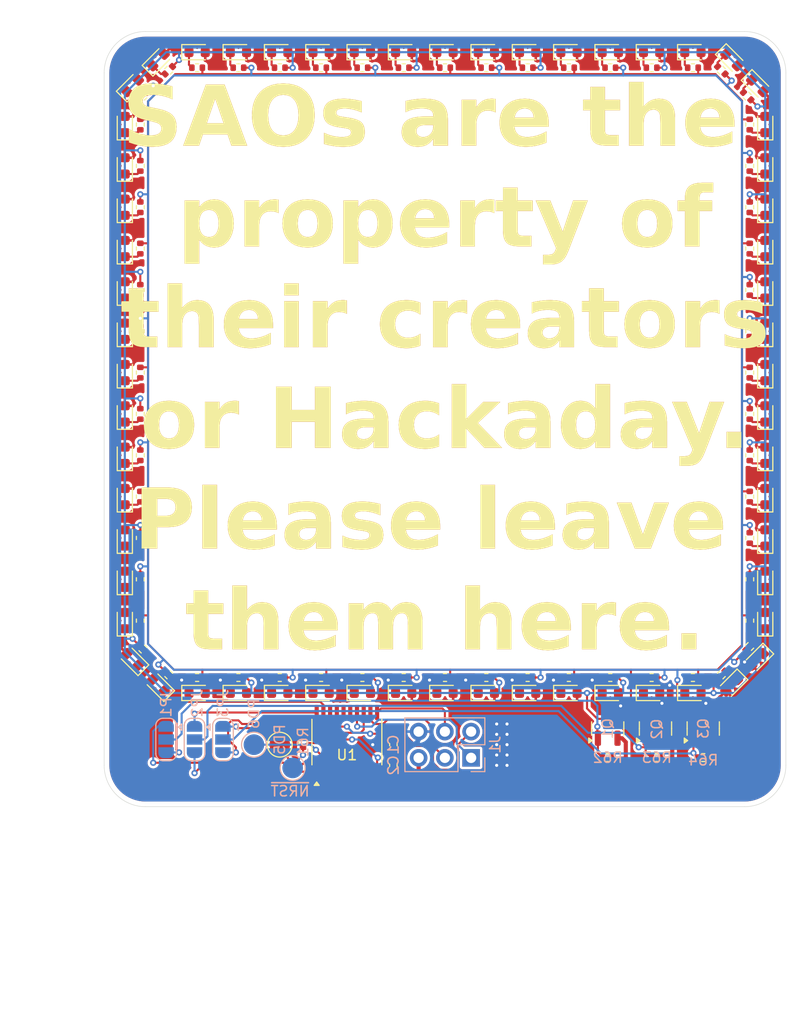
<source format=kicad_pcb>
(kicad_pcb (version 20240108) (generator "pcbnew") (generator_version "8.0")
  (layers (0 "F.Cu" signal) (31 "B.Cu" signal) (34 "B.Paste" user) (35 "F.Paste" user) (36 "B.SilkS" user "B.Silkscreen") (37 "F.SilkS" user "F.Silkscreen") (38 "B.Mask" user) (39 "F.Mask" user) (44 "Edge.Cuts" user))
  (net 0 "")
  (net 1 "+3.3V")
  (net 2 "GND")
  (net 3 "Net-(DA1-K)")
  (net 4 "Net-(DB1-K)")
  (net 5 "Net-(DC1-K)")
  (net 6 "/SWIO")
  (net 7 "/SDA")
  (net 8 "/GPIO")
  (net 9 "/SCL")
  (net 10 "/LEDCTRL0B")
  (net 11 "/LEDCTRL0A")
  (net 12 "Net-(JP1-C)")
  (net 13 "Net-(JP2-C)")
  (net 14 "/LEDCTRL1B")
  (net 15 "/LEDCTRL1A")
  (net 16 "Net-(JP3-C)")
  (net 17 "/LED0_CATHODE")
  (net 18 "/LED1_CATHODE")
  (net 19 "/LED2_CATHODE")
  (net 20 "/~{NRST}")
  (net 25 "Net-(U1-PD5)")
  (net 26 "Net-(U1-PD6)")
  (net 28 "/LEDCTRL2A")
  (net 29 "/LEDCTRL2B")
  (net 30 "Net-(DA2-K)")
  (net 31 "Net-(DA3-K)")
  (net 32 "Net-(DA4-K)")
  (net 33 "Net-(DB2-K)")
  (net 34 "Net-(DB3-K)")
  (net 35 "Net-(DB4-K)")
  (net 36 "Net-(DC2-K)")
  (net 37 "Net-(DC3-K)")
  (net 38 "Net-(DC4-K)")
  (net 39 "Net-(DA5-K)")
  (net 40 "Net-(DA6-K)")
  (net 41 "Net-(DA7-K)")
  (net 42 "Net-(DA8-K)")
  (net 43 "Net-(DA9-K)")
  (net 44 "Net-(DA10-K)")
  (net 45 "Net-(DB5-K)")
  (net 46 "Net-(DB6-K)")
  (net 47 "Net-(DB7-K)")
  (net 48 "Net-(DB8-K)")
  (net 49 "Net-(DB9-K)")
  (net 50 "Net-(DB10-K)")
  (net 51 "Net-(DC5-K)")
  (net 52 "Net-(DC6-K)")
  (net 53 "Net-(DC7-K)")
  (net 54 "Net-(DC8-K)")
  (net 55 "Net-(DC9-K)")
  (net 56 "Net-(DC10-K)")
  (net 57 "Net-(DA11-K)")
  (net 58 "Net-(DA12-K)")
  (net 59 "Net-(DA13-K)")
  (net 60 "Net-(DA14-K)")
  (net 61 "Net-(DA15-K)")
  (net 62 "Net-(DA16-K)")
  (net 63 "Net-(DA17-K)")
  (net 64 "Net-(DA18-K)")
  (net 65 "Net-(DA19-K)")
  (net 66 "Net-(DA20-K)")
  (net 67 "Net-(DB11-K)")
  (net 68 "Net-(DB12-K)")
  (net 69 "Net-(DB13-K)")
  (net 70 "Net-(DB14-K)")
  (net 71 "Net-(DB15-K)")
  (net 72 "Net-(DB16-K)")
  (net 73 "Net-(DB17-K)")
  (net 74 "Net-(DB18-K)")
  (net 75 "Net-(DB19-K)")
  (net 76 "Net-(DB20-K)")
  (net 77 "Net-(DC11-K)")
  (net 78 "Net-(DC12-K)")
  (net 79 "Net-(DC13-K)")
  (net 80 "Net-(DC14-K)")
  (net 81 "Net-(DC15-K)")
  (net 82 "Net-(DC16-K)")
  (net 83 "Net-(DC17-K)")
  (net 84 "Net-(DC18-K)")
  (net 85 "Net-(DC19-K)")
  (net 86 "Net-(DC20-K)")
  (footprint "library:R_0402_1005Metric" (layer "F.Cu") (at 122 128.5)
    (property "Reference" "R54" (hide yes))
    (property "Value" "330")
  )
  (footprint "library:LED_0603_1608Metric" (layer "F.Cu") (at 150 68)
    (property "Reference" "DB10" (hide yes))
    (property "Value" "LED_AMBER")
  )
  (footprint "library:LED_0603_1608Metric" (layer "F.Cu") (at 157 103 90)
    (property "Reference" "DC13" (hide yes))
    (property "Value" "LED_AMBER")
  )
  (footprint "library:LED_0603_1608Metric" (layer "F.Cu") (at 98.25 68.75 45)
    (property "Reference" "DA6" (hide yes))
    (property "Value" "LED_AMBER")
  )
  (footprint "library:LED_0603_1608Metric" (layer "F.Cu") (at 126 130)
    (property "Reference" "DB18" (hide yes))
    (property "Value" "LED_AMBER")
  )
  (footprint "library:R_0402_1005Metric" (layer "F.Cu") (at 150 128.5)
    (property "Reference" "R47" (hide yes))
    (property "Value" "330")
  )
  (footprint "library:LED_0603_1608Metric" (layer "F.Cu") (at 157 87 90)
    (property "Reference" "DB12" (hide yes))
    (property "Value" "LED_AMBER")
  )
  (footprint "library:R_0402_1005Metric" (layer "F.Cu") (at 96.75 72.25 45)
    (property "Reference" "R15" (hide yes))
    (property "Value" "330")
  )
  (footprint "library:LED_0603_1608Metric" (layer "F.Cu") (at 118 130)
    (property "Reference" "DA19" (hide yes))
    (property "Value" "LED_AMBER")
  )
  (footprint "library:R_0402_1005Metric" (layer "F.Cu") (at 155.5 111 90)
    (property "Reference" "R41" (hide yes))
    (property "Value" "330")
  )
  (footprint "library:R_0402_1005Metric" (layer "F.Cu") (at 142 69.5)
    (property "Reference" "R27" (hide yes))
    (property "Value" "330")
  )
  (footprint "library:LED_0603_1608Metric" (layer "F.Cu") (at 134 130)
    (property "Reference" "DC17" (hide yes))
    (property "Value" "LED_AMBER")
  )
  (footprint "library:R_0402_1005Metric" (layer "F.Cu") (at 146 69.5)
    (property "Reference" "R28" (hide yes))
    (property "Value" "330")
  )
  (footprint "library:R_0402_1005Metric" (layer "F.Cu") (at 102 128.5)
    (property "Reference" "R59" (hide yes))
    (property "Value" "330")
  )
  (footprint "library:R_0402_1005Metric" (layer "F.Cu") (at 126 69.5)
    (property "Reference" "R23" (hide yes))
    (property "Value" "330")
  )
  (footprint "library:SOT-23-GSD" (layer "F.Cu") (at 146.375001 133.4375 90)
    (property "Reference" "Q2")
    (property "Value" "AO3400A")
  )
  (footprint "library:SOT-23-GSD" (layer "F.Cu") (at 151 133.437501 90)
    (property "Reference" "Q3")
    (property "Value" "AO3400A")
  )
  (footprint "library:R_0402_1005Metric" (layer "F.Cu") (at 114 69.5)
    (property "Reference" "R20" (hide yes))
    (property "Value" "330")
  )
  (footprint "library:LED_0603_1608Metric" (layer "F.Cu") (at 142 68)
    (property "Reference" "DC9" (hide yes))
    (property "Value" "LED_AMBER")
  )
  (footprint "library:R_0402_1005Metric" (layer "F.Cu") (at 114 128.5)
    (property "Reference" "R56" (hide yes))
    (property "Value" "330")
  )
  (footprint "library:R_0402_1005Metric" (layer "F.Cu") (at 155.5 107 90)
    (property "Reference" "R40" (hide yes))
    (property "Value" "330")
  )
  (footprint "library:LED_0603_1608Metric" (layer "F.Cu") (at 122 68)
    (property "Reference" "DA8" (hide yes))
    (property "Value" "LED_AMBER")
  )
  (footprint "library:LED_0603_1608Metric" (layer "F.Cu") (at 110 68)
    (property "Reference" "DA7" (hide yes))
    (property "Value" "LED_AMBER")
  )
  (footprint "library:R_0402_1005Metric" (layer "F.Cu") (at 155.25 72.25 -45)
    (property "Reference" "R31" (hide yes))
    (property "Value" "330")
  )
  (footprint "library:LED_0603_1608Metric" (layer "F.Cu") (at 157 99 90)
    (property "Reference" "DB13" (hide yes))
    (property "Value" "LED_AMBER")
  )
  (footprint "library:C_0402_1005Metric" (layer "F.Cu") (at 121 135 90)
    (property "Reference" "C1")
    (property "Value" "100nF/16V/X7R")
  )
  (footprint "library:R_0402_1005Metric" (layer "F.Cu") (at 134 128.5)
    (property "Reference" "R51" (hide yes))
    (property "Value" "330")
  )
  (footprint "library:LED_0603_1608Metric" (layer "F.Cu") (at 153.75 129.25 -135)
    (property "Reference" "DA16" (hide yes))
    (property "Value" "LED_AMBER")
  )
  (footprint "library:LED_0603_1608Metric" (layer "F.Cu") (at 138 130)
    (property "Reference" "DB17" (hide yes))
    (property "Value" "LED_AMBER")
  )
  (footprint "library:LED_0603_1608Metric" (layer "F.Cu") (at 95 91 90)
    (property "Reference" "DA4" (hide yes))
    (property "Value" "LED_AMBER")
  )
  (footprint "library:LED_0603_1608Metric" (layer "F.Cu") (at 95 75 90)
    (property "Reference" "DB5" (hide yes))
    (property "Value" "LED_AMBER")
  )
  (footprint "library:R_0402_1005Metric" (layer "F.Cu") (at 146.5 136.25)
    (property "Reference" "R63")
    (property "Value" "100k")
  )
  (footprint "library:LED_0603_1608Metric" (layer "F.Cu") (at 114 130)
    (property "Reference" "DB19" (hide yes))
    (property "Value" "LED_AMBER")
  )
  (footprint "library:R_0402_1005Metric" (layer "F.Cu") (at 99.25 69.75 45)
    (property "Reference" "R16" (hide yes))
    (property "Value" "330")
  )
  (footprint "library:LED_0603_1608Metric" (layer "F.Cu") (at 157 83 90)
    (property "Reference" "DA12" (hide yes))
    (property "Value" "LED_AMBER")
  )
  (footprint "library:R_0402_1005Metric" (layer "F.Cu") (at 96.5 87 90)
    (property "Reference" "R11" (hide yes))
    (property "Value" "330")
  )
  (footprint "library:R_0402_1005Metric" (layer "F.Cu") (at 141.75 136.25)
    (property "Reference" "R62")
    (property "Value" "100k")
  )
  (footprint "library:R_0402_1005Metric" (layer "F.Cu") (at 122 69.5)
    (property "Reference" "R22" (hide yes))
    (property "Value" "330")
  )
  (footprint "library:R_0402_1005Metric" (layer "F.Cu") (at 155.5 87 90)
    (property "Reference" "R35" (hide yes))
    (property "Value" "330")
  )
  (footprint "library:LED_0603_1608Metric" (layer "F.Cu") (at 114 68)
    (property "Reference" "DB7" (hide yes))
    (property "Value" "LED_AMBER")
  )
  (footprint "library:LED_0603_1608Metric" (layer "F.Cu") (at 157 115 90)
    (property "Reference" "DC14" (hide yes))
    (property "Value" "LED_AMBER")
  )
  (footprint "library:R_0402_1005Metric" (layer "F.Cu") (at 118 69.5)
    (property "Reference" "R21" (hide yes))
    (property "Value" "330")
  )
  (footprint "library:LED_0603_1608Metric" (layer "F.Cu") (at 95 115 90)
    (property "Reference" "DA2" (hide yes))
    (property "Value" "LED_AMBER")
  )
  (footprint "library:R_0402_1005Metric" (layer "F.Cu") (at 96.5 123 90)
    (property "Reference" "R2" (hide yes))
    (property "Value" "330")
  )
  (footprint "library:R_0402_1005Metric" (layer "F.Cu") (at 155.5 115 90)
    (property "Reference" "R42" (hide yes))
    (property "Value" "330")
  )
  (footprint "library:R_0402_1005Metric" (layer "F.Cu") (at 146 128.5)
    (property "Reference" "R48" (hide yes))
    (property "Value" "330")
  )
  (footprint "library:LED_0603_1608Metric" (layer "F.Cu") (at 157 91 90)
    (property "Reference" "DC12" (hide yes))
    (property "Value" "LED_AMBER")
  )
  (footprint "library:LED_0603_1608Metric" (layer "F.Cu") (at 157 95 90)
    (property "Reference" "DA13" (hide yes))
    (property "Value" "LED_AMBER")
  )
  (footprint "library:LED_0603_1608Metric" (layer "F.Cu") (at 102 130)
    (property "Reference" "DB20" (hide yes))
    (property "Value" "LED_AMBER")
  )
  (footprint "library:R_0402_1005Metric" (layer "F.Cu") (at 96.5 91 90)
    (property "Reference" "R10" (hide yes))
    (property "Value" "330")
  )
  (footprint "library:LED_0603_1608Metric" (layer "F.Cu") (at 157 119 90)
    (property "Reference" "DA15" (hide yes))
    (property "Value" "LED_AMBER")
  )
  (footprint "library:LED_0603_1608Metric" (layer "F.Cu") (at 122 130)
    (property "Reference" "DC18" (hide yes))
    (property "Value" "LED_AMBER")
  )
  (footprint "library:R_0402_1005Metric" (layer "F.Cu") (at 126 128.5)
    (property "Reference" "R53" (hide yes))
    (property "Value" "330")
  )
  (footprint "library:LED_0603_1608Metric" (layer "F.Cu") (at 95.75 71.25 45)
    (property "Reference" "DC5" (hide yes))
    (property "Value" "LED_AMBER")
  )
  (footprint "library:R_0402_1005Metric" (layer "F.Cu") (at 96.5 83 90)
    (property "Reference" "R12" (hide yes))
    (property "Value" "330")
  )
  (footprint "library:R_0402_1005Metric" (layer "F.Cu") (at 118 128.5)
    (property "Reference" "R55" (hide yes))
    (property "Value" "330")
  )
  (footprint "library:LED_0603_1608Metric" (layer "F.Cu") (at 95 103 90)
    (property "Reference" "DA3" (hide yes))
    (property "Value" "LED_AMBER")
  )
  (footprint "library:R_0402_1005Metric" (layer "F.Cu") (at 96.5 103 90)
    (property "Reference" "R7" (hide yes))
    (property "Value" "330")
  )
  (footprint "library:R_0402_1005Metric" (layer "F.Cu") (at 112.25 134.75 -90)
    (property "Reference" "R61")
    (property "Value" "10k")
  )
  (footprint "library:R_0402_1005Metric" (layer "F.Cu") (at 110 69.5)
    (property "Reference" "R19" (hide yes))
    (property "Value" "330")
  )
  (footprint "library:R_0402_1005Metric" (layer "F.Cu") (at 106 69.5)
    (property "Reference" "R18" (hide yes))
    (property "Value" "330")
  )
  (footprint "library:LED_0603_1608Metric" (layer "F.Cu") (at 95 79 90)
    (property "Reference" "DA5" (hide yes))
    (property "Value" "LED_AMBER")
  )
  (footprint "library:R_0402_1005Metric" (layer "F.Cu") (at 155.5 75 90)
    (property "Reference" "R32" (hide yes))
    (property "Value" "330")
  )
  (footprint "library:LED_0603_1608Metric" (layer "F.Cu") (at 157 107 90)
    (property "Reference" "DA14" (hide yes))
    (property "Value" "LED_AMBER")
  )
  (footprint "library:R_0402_1005Metric" (layer "F.Cu") (at 102 69.5)
    (property "Reference" "R17" (hide yes))
    (property "Value" "330")
  )
  (footprint "library:R_0402_1005Metric" (layer "F.Cu") (at 96.5 111 90)
    (property "Reference" "R5" (hide yes))
    (property "Value" "330")
  )
  (footprint "library:R_0402_1005Metric" (layer "F.Cu") (at 96.75 125.75 135)
    (property "Reference" "R1" (hide yes))
    (property "Value" "330")
  )
  (footprint "library:LED_0603_1608Metric" (layer "F.Cu") (at 134 68)
    (property "Reference" "DA9" (hide yes))
    (property "Value" "LED_AMBER")
  )
  (footprint "library:R_0402_1005Metric" (layer "F.Cu") (at 155.5 83 90)
    (property "Reference" "R34" (hide yes))
    (property "Value" "330")
  )
  (footprint "library:LED_0603_1608Metric" (layer "F.Cu") (at 138 68)
    (property "Reference" "DB9" (hide yes))
    (property "Value" "LED_AMBER")
  )
  (footprint "library:R_0402_1005Metric" (layer "F.Cu") (at 150 69.5)
    (property "Reference" "R29" (hide yes))
    (property "Value" "330")
  )
  (footprint "library:SOT-23-GSD" (layer "F.Cu") (at 141.75 133.4375 90)
    (property "Reference" "Q1")
    (property "Value" "AO3400A")
  )
  (footprint "library:LED_0603_1608Metric" (layer "F.Cu") (at 157 111 90)
    (property "Reference" "DB14" (hide yes))
    (property "Value" "LED_AMBER")
  )
  (footprint "library:LED_0603_1608Metric" (layer "F.Cu") (at 157 75 90)
    (property "Reference" "DB11" (hide yes))
    (property "Value" "LED_AMBER")
  )
  (footprint "library:R_0402_1005Metric" (layer "F.Cu") (at 99.25 128.25 135)
    (property "Reference" "R60" (hide yes))
    (property "Value" "330")
  )
  (footprint "library:R_0402_1005Metric" (layer "F.Cu") (at 96.5 75 90)
    (property "Reference" "R14" (hide yes))
    (property "Value" "330")
  )
  (footprint "library:R_0402_1005Metric" (layer "F.Cu") (at 138 69.5)
    (property "Reference" "R26" (hide yes))
    (property "Value" "330")
  )
  (footprint "library:R_0402_1005Metric" (layer "F.Cu") (at 137.99 128.5)
    (property "Reference" "R50" (hide yes))
    (property "Value" "330")
  )
  (footprint "library:LED_0603_1608Metric" (layer "F.Cu") (at 95 87 90)
    (property "Reference" "DB4" (hide yes))
    (property "Value" "LED_AMBER")
  )
  (footprint "library:R_0402_1005Metric" (layer "F.Cu") (at 96.5 119 90)
    (property "Reference" "R3" (hide yes))
    (property "Value" "330")
  )
  (footprint "library:LED_0603_1608Metric" (layer "F.Cu") (at 118 68)
    (property "Reference" "DC7" (hide yes))
    (property "Value" "LED_AMBER")
  )
  (footprint "library:LED_0603_1608Metric" (layer "F.Cu") (at 157 123 90)
    (property "Reference" "DB15" (hide yes))
    (property "Value" "LED_AMBER")
  )
  (footprint "library:LED_0603_1608Metric" (layer "F.Cu") (at 95.75 126.75 135)
    (property "Reference" "DA1" (hide yes))
    (property "Value" "LED_AMBER")
  )
  (footprint "library:LED_0603_1608Metric" (layer "F.Cu") (at 106 68)
    (property "Reference" "DC6" (hide yes))
    (property "Value" "LED_AMBER")
  )
  (footprint "library:LED_0603_1608Metric" (layer "F.Cu") (at 95 111 90)
    (property "Reference" "DB2" (hide yes))
    (property "Value" "LED_AMBER")
  )
  (footprint "library:R_0402_1005Metric" (layer "F.Cu") (at 96.5 95 90)
    (property "Reference" "R9" (hide yes))
    (property "Value" "330")
  )
  (footprint "library:R_0402_1005Metric" (layer "F.Cu") (at 110 128.5)
    (property "Reference" "R57" (hide yes))
    (property "Value" "330")
  )
  (footprint "library:LED_0603_1608Metric" (layer "F.Cu") (at 146 68)
    (property "Reference" "DA10" (hide yes))
    (property "Value" "LED_AMBER")
  )
  (footprint "library:LED_0603_1608Metric" (layer "F.Cu") (at 153.75 68.75 -45)
    (property "Reference" "DC10" (hide yes))
    (property "Value" "LED_AMBER")
  )
  (footprint "library:LED_0603_1608Metric" (layer "F.Cu") (at 157 79 90)
    (property "Reference" "DC11" (hide yes))
    (property "Value" "LED_AMBER")
  )
  (footprint "library:R_0402_1005Metric" (layer "F.Cu") (at 151 136.25)
    (property "Reference" "R64")
    (property "Value" "100k")
  )
  (footprint "library:TSSOP-20_4.4x6.5mm_P0.65mm" (layer "F.Cu") (at 116.5 134.75 90)
    (property "Reference" "U1")
    (property "Value" "CH32V003F4P6")
  )
  (footprint "library:LED_0603_1608Metric" (layer "F.Cu") (at 130 68)
    (property "Reference" "DC8" (hide yes))
    (property "Value" "LED_AMBER")
  )
  (footprint "library:LED_0603_1608Metric" (layer "F.Cu") (at 95 123 90)
    (property "Reference" "DB1" (hide yes))
    (property "Value" "LED_AMBER")
  )
  (footprint "library:R_0402_1005Metric" (layer "F.Cu") (at 96.5 115 90)
    (property "Reference" "R4" (hide yes))
    (property "Value" "330")
  )
  (footprint "library:LED_0603_1608Metric" (layer "F.Cu") (at 156.25 126.75 -135)
    (property "Reference" "DC15" (hide yes))
    (property "Value" "LED_AMBER")
  )
  (footprint "library:LED_0603_1608Metric" (layer "F.Cu") (at 95 83 90)
    (property "Reference" "DC4" (hide yes))
    (property "Value" "LED_AMBER")
  )
  (footprint "library:R_0402_1005Metric" (layer "F.Cu") (at 155.5 103 90)
    (property "Reference" "R39" (hide yes))
    (property "Value" "330")
  )
  (footprint "library:R_0402_1005Metric" (layer "F.Cu") (at 96.5 99 90)
    (property "Reference" "R8" (hide yes))
    (property "Value" "330")
  )
  (footprint "library:LED_0603_1608Metric" (layer "F.Cu") (at 142 130)
    (property "Reference" "DA17" (hide yes))
    (property "Value" "LED_AMBER")
  )
  (footprint "library:LED_0603_1608Metric" (layer "F.Cu") (at 98.25 129.25 135)
    (property "Reference" "DC20" (hide yes))
    (property "Value" "LED_AMBER")
  )
  (footprint "library:LED_0603_1608Metric" (layer "F.Cu") (at 146 130)
    (property "Reference" "DC16" (hide yes))
    (property "Value" "LED_AMBER")
  )
  (footprint "library:LED_0603_1608Metric" (layer "F.Cu") (at 95 95 90)
    (property "Reference" "DC3" (hide yes))
    (property "Value" "LED_AMBER")
  )
  (footprint "library:R_0402_1005Metric" (layer "F.Cu") (at 152.75 128.25 -135)
    (property "Reference" "R46" (hide yes))
    (property "Value" "330")
  )
  (footprint "library:R_0402_1005Metric" (layer "F.Cu") (at 152.75 69.75 -45)
    (property "Reference" "R30" (hide yes))
    (property "Value" "330")
  )
  (footprint "library:LED_0603_1608Metric" (layer "F.Cu") (at 102 68)
    (property "Reference" "DB6" (hide yes))
    (property "Value" "LED_AMBER")
  )
  (footprint "library:TestPoint_Pad_D2.0mm" (layer "F.Cu") (at 110 135)
    (property "Reference" "PD5")
    (property "Value" "TestPoint")
  )
  (footprint "library:R_0402_1005Metric" (layer "F.Cu") (at 155.5 79 90)
    (property "Reference" "R33" (hide yes))
    (property "Value" "330")
  )
  (footprint "library:LED_0603_1608Metric" (layer "F.Cu") (at 106 130)
    (property "Reference" "DA20" (hide yes))
    (property "Value" "LED_AMBER")
  )
  (footprint "library:LED_0603_1608Metric" (layer "F.Cu") (at 95 99 90)
    (property "Reference" "DB3" (hide yes))
    (property "Value" "LED_AMBER")
  )
  (footprint "library:R_0402_1005Metric" (layer "F.Cu") (at 106 128.5)
    (property "Reference" "R58" (hide yes))
    (property "Value" "330")
  )
  (footprint "library:R_0402_1005Metric" (layer "F.Cu") (at 96.5 79 90)
    (property "Reference" "R13" (hide yes))
    (property "Value" "330")
  )
  (footprint "library:LED_0603_1608Metric" (layer "F.Cu") (at 95 119 90)
    (property "Reference" "DC1" (hide yes))
    (property "Value" "LED_AMBER")
  )
  (footprint "library:LED_0603_1608Metric" (layer "F.Cu") (at 150 130)
    (property "Reference" "DB16" (hide yes))
    (property "Value" "LED_AMBER")
  )
  (footprint "library:R_0402_1005Metric" (layer "F.Cu") (at 96.5 107 90)
    (property "Reference" "R6" (hide yes))
    (property "Value" "330")
  )
  (footprint "library:LED_0603_1608Metric" (layer "F.Cu") (at 110 130)
    (property "Reference" "DC19" (hide yes))
    (property "Value" "LED_AMBER")
  )
  (footprint "library:LED_0603_1608Metric" (layer "F.Cu") (at 95 107 90)
    (property "Reference" "DC2" (hide yes))
    (property "Value" "LED_AMBER")
  )
  (footprint "library:R_0402_1005Metric" (layer "F.Cu") (at 155.5 99 90)
    (property "Reference" "R38" (hide yes))
    (property "Value" "330")
  )
  (footprint "library:R_0402_1005Metric" (layer "F.Cu") (at 155.5 95 90)
    (property "Reference" "R37" (hide yes))
    (property "Value" "330")
  )
  (footprint "library:R_0402_1005Metric" (layer "F.Cu") (at 155.5 123 90)
    (property "Reference" "R44" (hide yes))
    (property "Value" "330")
  )
  (footprint "library:LED_0603_1608Metric" (layer "F.Cu") (at 126 68)
    (property "Reference" "DB8" (hide yes))
    (property "Value" "LED_AMBER")
  )
  (footprint "library:C_0402_1005Metric" (layer "F.Cu") (at 121 137 -90)
    (property "Reference" "C2")
    (property "Value" "10uF/6.3V/X5R")
  )
  (footprint "library:R_0402_1005Metric" (layer "F.Cu") (at 130 69.5)
    (property "Reference" "R24" (hide yes))
    (property "Value" "330")
  )
  (footprint "library:LED_0603_1608Metric" (layer "F.Cu") (at 156.25 71.25 -45)
    (property "Reference" "DA11" (hide yes))
    (property "Value" "LED_AMBER")
  )
  (footprint "library:LED_0603_1608Metric" (layer "F.Cu") (at 130 130)
    (property "Reference" "DA18" (hide yes))
    (property "Value" "LED_AMBER")
  )
  (footprint "library:R_0402_1005Metric" (layer "F.Cu") (at 130 128.5)
    (property "Reference" "R52" (hide yes))
    (property "Value" "330")
  )
  (footprint "library:R_0402_1005Metric" (layer "F.Cu") (at 155.5 125.5 -135)
    (property "Reference" "R45" (hide yes))
    (property "Value" "330")
  )
  (footprint "library:R_0402_1005Metric" (layer "F.Cu") (at 155.5 91 90)
    (property "Reference" "R36" (hide yes))
    (property "Value" "330")
  )
  (footprint "library:R_0402_1005Metric" (layer "F.Cu") (at 155.5 119 90)
    (property "Reference" "R43" (hide yes))
    (property "Value" "330")
  )
  (footprint "library:R_0402_1005Metric" (layer "F.Cu") (at 142 128.5)
    (property "Reference" "R49" (hide yes))
    (property "Value" "330")
  )
  (footprint "library:R_0402_1005Metric" (layer "F.Cu") (at 134 69.5)
    (property "Reference" "R25" (hide yes))
    (property "Value" "330")
  )
  (footprint "library:SolderJumper-3_P1.3mm_Open_RoundedPad1.0x1.5mm" (layer "B.Cu") (at 104.5 134.5 -90)
    (property "Reference" "JP3")
    (property "Value" "LED1")
  )
  (footprint "library:TestPoint_Pad_D2.0mm" (layer "B.Cu") (at 107.5 135 180)
    (property "Reference" "PD6")
    (property "Value" "TestPoint")
  )
  (footprint "library:TestPoint_Pad_D2.0mm" (layer "B.Cu") (at 111.25 137.25 180)
    (property "Reference" "~{NRST}")
    (property "Value" "~{NRST}")
  )
  (footprint "library:PinHeader_2x03_P2.54mm_Vertical" (layer "B.Cu") (at 128.525 136.275 90)
    (property "Reference" "J1")
    (property "Value" "Conn_01x06")
  )
  (footprint "library:SolderJumper-3_P1.3mm_Open_RoundedPad1.0x1.5mm" (layer "B.Cu") (at 99 134.5 -90)
    (property "Reference" "JP1")
    (property "Value" "LED0")
  )
  (footprint "library:SolderJumper-3_P1.3mm_Open_RoundedPad1.0x1.5mm" (layer "B.Cu") (at 101.75 134.5 -90)
    (property "Reference" "JP2")
    (property "Value" "LED1")
  )
  (gr_line (start 97 141) (end 155 141) (stroke (width 0.05)) (layer "Edge.Cuts"))
  (gr_arc (start 97 141) (mid 94.171573 139.828427) (end 93 137) (stroke (width 0.05)) (layer "Edge.Cuts"))
  (gr_line (start 93 70) (end 93 137) (stroke (width 0.05)) (layer "Edge.Cuts"))
  (gr_line (start 159 70) (end 159 137) (stroke (width 0.05)) (layer "Edge.Cuts"))
  (gr_arc (start 159 137) (mid 157.828427 139.828427) (end 155 141) (stroke (width 0.05)) (layer "Edge.Cuts"))
  (gr_line (start 155 66) (end 97 66) (stroke (width 0.05)) (layer "Edge.Cuts"))
  (gr_arc (start 155 66) (mid 157.828427 67.171573) (end 159 70) (stroke (width 0.05)) (layer "Edge.Cuts"))
  (gr_arc (start 93 70) (mid 94.171573 67.171573) (end 97 66) (stroke (width 0.05)) (layer "Edge.Cuts"))
  (gr_text "SAOs are the \nproperty of\ntheir creators\nor Hackaday.\nPlease leave \nthem here." (at 126 99 0) (layer "F.Cu") (effects (font (size 5.8 5.8) (thickness 1) (bold yes))))
  (gr_text "SAOs are the \nproperty of\ntheir creators\nor Hackaday.\nPlease leave \nthem here." (at 126 99 0) (layer "F.SilkS") (effects (font (size 5.8 5.8) (thickness 1) (bold yes))))
  (segment (start 118.775 137.6125) (end 118.775 136.815122) (width 0.4) (layer "F.Cu") (net 1))
  (segment (start 120 130) (end 120.5 129.5) (width 0.2) (layer "F.Cu") (net 1))
  (segment (start 118.7875 130) (end 120 130) (width 0.2) (layer "F.Cu") (net 1))
  (segment (start 117.959878 136) (end 117 136) (width 0.4) (layer "F.Cu") (net 1))
  (segment (start 142.7875 130) (end 142.7875 131.0375) (width 0.2) (layer "F.Cu") (net 1))
  (segment (start 120.5 129.5) (end 120.5 128.75) (width 0.2) (layer "F.Cu") (net 1))
  (segment (start 142.7875 131.0375) (end 143 131.25) (width 0.2) (layer "F.Cu") (net 1))
  (segment (start 106.7875 130) (end 107.75 130) (width 0.2) (layer "F.Cu") (net 1))
  (segment (start 118.775 136.815122) (end 117.959878 136) (width 0.4) (layer "F.Cu") (net 1))
  (segment (start 107.75 130) (end 108.25 129.5) (width 0.2) (layer "F.Cu") (net 1))
  (segment (start 108.25 129.5) (end 108.25 128.75) (width 0.2) (layer "F.Cu") (net 1))
  (via (at 147.75 129.25) (size 0.6) (drill 0.3) (layers "F.Cu" "B.Cu") (net 1))
  (via (at 119 135) (size 0.6) (drill 0.3) (layers "F.Cu" "B.Cu") (net 1))
  (via (at 132 135) (size 0.6) (drill 0.3) (layers "F.Cu" "B.Cu") (net 1))
  (via (at 140.25 128.75) (size 0.6) (drill 0.3) (layers "F.Cu" "B.Cu") (net 1))
  (via (at 104.25 128.75) (size 0.6) (drill 0.3) (layers "F.Cu" "B.Cu") (net 1))
  (via (at 132 133) (size 0.6) (drill 0.3) (layers "F.Cu" "B.Cu") (net 1))
  (via (at 132 134) (size 0.6) (drill 0.3) (layers "F.Cu" "B.Cu") (net 1))
  (via (at 131 137) (size 0.6) (drill 0.3) (layers "F.Cu" "B.Cu") (net 1))
  (via (at 136.5 128.75) (size 0.6) (drill 0.3) (layers "F.Cu" "B.Cu") (net 1))
  (via (at 131 134) (size 0.6) (drill 0.3) (layers "F.Cu" "B.Cu") (net 1))
  (via (at 132 136) (size 0.6) (drill 0.3) (layers "F.Cu" "B.Cu") (net 1))
  (via (at 155 127) (size 0.6) (drill 0.3) (layers "F.Cu" "B.Cu") (net 1))
  (via (at 124.5 128.75) (size 0.6) (drill 0.3) (layers "F.Cu" "B.Cu") (net 1))
  (via (at 131 136) (size 0.6) (drill 0.3) (layers "F.Cu" "B.Cu") (net 1))
  (via (at 132.5 128.75) (size 0.6) (drill 0.3) (layers "F.Cu" "B.Cu") (net 1))
  (via (at 112.5 128.75) (size 0.6) (drill 0.3) (layers "F.Cu" "B.Cu") (net 1))
  (via (at 143 131.25) (size 0.6) (drill 0.3) (layers "F.Cu" "B.Cu") (net 1))
  (via (at 131 135) (size 0.6) (drill 0.3) (layers "F.Cu" "B.Cu") (net 1))
  (via (at 151.25 131) (size 0.6) (drill 0.3) (layers "F.Cu" "B.Cu") (net 1))
  (via (at 120.5 128.75) (size 0.6) (drill 0.3) (layers "F.Cu" "B.Cu") (net 1))
  (via (at 100.5 128.75) (size 0.6) (drill 0.3) (layers "F.Cu" "B.Cu") (net 1))
  (via (at 108.25 128.75) (size 0.6) (drill 0.3) (layers "F.Cu" "B.Cu") (net 1))
  (via (at 132 137) (size 0.6) (drill 0.3) (layers "F.Cu" "B.Cu") (net 1))
  (via (at 116 128.75) (size 0.6) (drill 0.3) (layers "F.Cu" "B.Cu") (net 1))
  (via (at 147 131) (size 0.6) (drill 0.3) (layers "F.Cu" "B.Cu") (net 1))
  (via (at 128 128.75) (size 0.6) (drill 0.3) (layers "F.Cu" "B.Cu") (net 1))
  (via (at 131 133) (size 0.6) (drill 0.3) (layers "F.Cu" "B.Cu") (net 1))
  (segment (start 123.445 133.735) (end 123.445 134.555) (width 0.4) (layer "B.Cu") (net 1))
  (segment (start 123 135) (end 122 135) (width 0.4) (layer "B.Cu") (net 1))
  (segment (start 123 135) (end 123.445 134.555) (width 0.4) (layer "B.Cu") (net 1))
  (segment (start 152.25 138.75) (end 152.75 138.25) (width 0.4) (layer "F.Cu") (net 2))
  (segment (start 143.5 138.75) (end 143.5 136.25) (width 0.4) (layer "F.Cu") (net 2))
  (segment (start 121.77 134.52) (end 122 134.75) (width 0.2) (layer "F.Cu") (net 2))
  (segment (start 122 134.75) (end 122 135.25) (width 0.2) (layer "F.Cu") (net 2))
  (segment (start 147.625 134.375) (end 147.325001 134.375) (width 0.4) (layer "F.Cu") (net 2))
  (segment (start 117.475 137.6125) (end 117.475 138.409878) (width 0.4) (layer "F.Cu") (net 2))
  (segment (start 152.375001 134.375001) (end 151.95 134.375001) (width 0.4) (layer "F.Cu") (net 2))
  (segment (start 123.5 138.75) (end 143.5 138.75) (width 0.4) (layer "F.Cu") (net 2))
  (segment (start 117.475 138.409878) (end 117.815122 138.75) (width 0.4) (layer "F.Cu") (net 2))
  (segment (start 142.259999 136.25) (end 143.5 136.25) (width 0.2) (layer "F.Cu") (net 2))
  (segment (start 148 134.75) (end 147.625 134.375) (width 0.4) (layer "F.Cu") (net 2))
  (segment (start 152.75 136.25) (end 152.75 134.75) (width 0.4) (layer "F.Cu") (net 2))
  (segment (start 117.815122 138.75) (end 121 138.75) (width 0.4) (layer "F.Cu") (net 2))
  (segment (start 147.009999 136.25) (end 148 136.25) (width 0.2) (layer "F.Cu") (net 2))
  (segment (start 152.75 138.25) (end 152.75 136.25) (width 0.4) (layer "F.Cu") (net 2))
  (segment (start 121 138.75) (end 122 138.75) (width 0.4) (layer "F.Cu") (net 2))
  (segment (start 123.445001 138.695001) (end 123.5 138.75) (width 0.4) (layer "F.Cu") (net 2))
  (segment (start 123.445001 136.275) (end 123.445001 138.695001) (width 0.4) (layer "F.Cu") (net 2))
  (segment (start 151.509999 136.25) (end 152.75 136.25) (width 0.2) (layer "F.Cu") (net 2))
  (segment (start 122 138.75) (end 123.5 138.75) (width 0.4) (layer "F.Cu") (net 2))
  (segment (start 152.75 134.75) (end 152.375001 134.375001) (width 0.4) (layer "F.Cu") (net 2))
  (segment (start 148 136.25) (end 148 134.75) (width 0.4) (layer "F.Cu") (net 2))
  (segment (start 121 134.52) (end 121.77 134.52) (width 0.2) (layer "F.Cu") (net 2))
  (segment (start 148 138.75) (end 148 136.25) (width 0.4) (layer "F.Cu") (net 2))
  (segment (start 143.5 138.75) (end 148 138.75) (width 0.4) (layer "F.Cu") (net 2))
  (segment (start 143.125 134.375) (end 142.7 134.375) (width 0.4) (layer "F.Cu") (net 2))
  (segment (start 143.5 134.75) (end 143.125 134.375) (width 0.4) (layer "F.Cu") (net 2))
  (segment (start 122 138.75) (end 122 135.25) (width 0.4) (layer "F.Cu") (net 2))
  (segment (start 143.5 136.25) (end 143.5 134.75) (width 0.4) (layer "F.Cu") (net 2))
  (segment (start 148 138.75) (end 152.25 138.75) (width 0.4) (layer "F.Cu") (net 2))
  (segment (start 121 137.48) (end 121 138.75) (width 0.2) (layer "F.Cu") (net 2))
  (segment (start 97.110624 126.110624) (end 97.110624 126.50307) (width 0.2) (layer "F.Cu") (net 3))
  (segment (start 97.110624 126.50307) (end 96.306847 127.306847) (width 0.2) (layer "F.Cu") (net 3))
  (segment (start 96.5 123.509999) (end 96.222499 123.7875) (width 0.2) (layer "F.Cu") (net 4))
  (segment (start 96.222499 123.7875) (end 95 123.7875) (width 0.2) (layer "F.Cu") (net 4))
  (segment (start 96.5 119.509999) (end 96.222499 119.7875) (width 0.2) (layer "F.Cu") (net 5))
  (segment (start 96.222499 119.7875) (end 95 119.7875) (width 0.2) (layer "F.Cu") (net 5))
  (segment (start 115.581544 133.25) (end 116.5 133.25) (width 0.2) (layer "F.Cu") (net 6))
  (segment (start 122.023654 133.94) (end 123.208654 135.125) (width 0.2) (layer "F.Cu") (net 6))
  (segment (start 122.023654 133.94) (end 118.75 133.94) (width 0.2) (layer "F.Cu") (net 6))
  (segment (start 114.875 132.543456) (end 115.581544 133.25) (width 0.2) (layer "F.Cu") (net 6))
  (segment (start 114.875 131.8875) (end 114.875 132.543456) (width 0.2) (layer "F.Cu") (net 6))
  (segment (start 123.208654 135.125) (end 124.125 135.125) (width 0.2) (layer "F.Cu") (net 6))
  (segment (start 124.125 135.125) (end 124.835 135.835) (width 0.2) (layer "F.Cu") (net 6))
  (segment (start 127.25 136.75) (end 127.25 135.01) (width 0.2) (layer "F.Cu") (net 6))
  (segment (start 124.835 136.751346) (end 125.508654 137.425) (width 0.2) (layer "F.Cu") (net 6))
  (segment (start 126.575 137.425) (end 127.25 136.75) (width 0.2) (layer "F.Cu") (net 6))
  (segment (start 127.25 135.01) (end 128.525 133.735) (width 0.2) (layer "F.Cu") (net 6))
  (segment (start 124.835 135.835) (end 124.835 136.751346) (width 0.2) (layer "F.Cu") (net 6))
  (segment (start 125.508654 137.425) (end 126.575 137.425) (width 0.2) (layer "F.Cu") (net 6))
  (via (at 118.75 133.94) (size 0.6) (drill 0.3) (layers "F.Cu" "B.Cu") (net 6))
  (via (at 116.5 133.25) (size 0.6) (drill 0.3) (layers "F.Cu" "B.Cu") (net 6))
  (segment (start 118.66 133.85) (end 118.75 133.94) (width 0.2) (layer "B.Cu") (net 6))
  (segment (start 116.5 133.25) (end 117.1 133.85) (width 0.2) (layer "B.Cu") (net 6))
  (segment (start 117.1 133.85) (end 118.66 133.85) (width 0.2) (layer "B.Cu") (net 6))
  (segment (start 125.985 133.735) (end 125.985 131.765) (width 0.2) (layer "F.Cu") (net 7))
  (segment (start 119.8125 131.5) (end 119.425 131.8875) (width 0.2) (layer "F.Cu") (net 7))
  (segment (start 125.985 131.765) (end 126 131.75) (width 0.2) (layer "F.Cu") (net 7))
  (segment (start 125.75 131.5) (end 119.8125 131.5) (width 0.2) (layer "F.Cu") (net 7))
  (segment (start 126 131.75) (end 125.75 131.5) (width 0.2) (layer "F.Cu") (net 7))
  (segment (start 117.475 131.8875) (end 117.475 133.225) (width 0.2) (layer "F.Cu") (net 8))
  (segment (start 117.475 133.225) (end 117.5 133.25) (width 0.2) (layer "F.Cu") (net 8))
  (via (at 117.5 133.25) (size 0.6) (drill 0.3) (layers "F.Cu" "B.Cu") (net 8))
  (segment (start 128.525 136.275) (end 127.135 134.885) (width 0.2) (layer "B.Cu") (net 8))
  (segment (start 117.5 133.25) (end 118.908529 133.25) (width 0.2) (layer "B.Cu") (net 8))
  (segment (start 119.573529 132.585) (end 118.908529 133.25) (width 0.2) (layer "B.Cu") (net 8))
  (segment (start 126.461346 132.585) (end 119.573529 132.585) (width 0.2) (layer "B.Cu") (net 8))
  (segment (start 127.135 134.885) (end 127.135 133.258654) (width 0.2) (layer "B.Cu") (net 8))
  (segment (start 127.135 133.258654) (end 126.461346 132.585) (width 0.2) (layer "B.Cu") (net 8))
  (segment (start 118.775 132.624999) (end 118.775 131.8875) (width 0.2) (layer "F.Cu") (net 9))
  (segment (start 120.415 132.585) (end 120 133) (width 0.2) (layer "F.Cu") (net 9))
  (segment (start 124.085 132.585) (end 120.415 132.585) (width 0.2) (layer "F.Cu") (net 9))
  (segment (start 120 133) (end 119.150001 133) (width 0.2) (layer "F.Cu") (net 9))
  (segment (start 125.985 136.275) (end 124.595 134.885) (width 0.2) (layer "F.Cu") (net 9))
  (segment (start 124.595 133.095) (end 124.085 132.585) (width 0.2) (layer "F.Cu") (net 9))
  (segment (start 124.595 134.885) (end 124.595 133.095) (width 0.2) (layer "F.Cu") (net 9))
  (segment (start 119.150001 133) (end 118.775 132.624999) (width 0.2) (layer "F.Cu") (net 9))
  (segment (start 113.575 137.6125) (end 111.546815 137.6125) (width 0.2) (layer "F.Cu") (net 10))
  (segment (start 111.546815 137.6125) (end 110.684315 136.75) (width 0.2) (layer "F.Cu") (net 10))
  (segment (start 110.684315 136.75) (end 97.75 136.75) (width 0.2) (layer "F.Cu") (net 10))
  (via (at 97.75 136.75) (size 0.6) (drill 0.3) (layers "F.Cu" "B.Cu") (net 10))
  (segment (start 98.245 133.2) (end 99 133.2) (width 0.2) (layer "B.Cu") (net 10))
  (segment (start 97.75 133.695) (end 98.245 133.2) (width 0.2) (layer "B.Cu") (net 10))
  (segment (start 97.75 136.75) (end 97.75 133.695) (width 0.2) (layer "B.Cu") (net 10))
  (segment (start 100 131.25) (end 100 135.5) (width 0.2) (layer "F.Cu") (net 11))
  (segment (start 114.225 131.8875) (end 114.225 131.150001) (width 0.2) (layer "F.Cu") (net 11))
  (segment (start 100.4 130.85) (end 100 131.25) (width 0.2) (layer "F.Cu") (net 11))
  (segment (start 113.924999 130.85) (end 100.4 130.85) (width 0.2) (layer "F.Cu") (net 11))
  (segment (start 114.225 131.150001) (end 113.924999 130.85) (width 0.2) (layer "F.Cu") (net 11))
  (segment (start 100 135.5) (end 100.25 135.75) (width 0.2) (layer "F.Cu") (net 11))
  (via (at 100.25 135.75) (size 0.6) (drill 0.3) (layers "F.Cu" "B.Cu") (net 11))
  (segment (start 100.25 135.75) (end 99.05 135.75) (width 0.2) (layer "B.Cu") (net 11))
  (segment (start 99.05 135.75) (end 99 135.8) (width 0.2) (layer "B.Cu") (net 11))
  (segment (start 140.75 134.325) (end 140.8 134.375) (width 0.2) (layer "F.Cu") (net 12))
  (segment (start 140.75 133.25) (end 140.75 134.325) (width 0.2) (layer "F.Cu") (net 12))
  (segment (start 140.8 134.375) (end 140.8 135.809999) (width 0.2) (layer "F.Cu") (net 12))
  (segment (start 140.8 135.809999) (end 141.240001 136.25) (width 0.2) (layer "F.Cu") (net 12))
  (via (at 140.75 133.25) (size 0.6) (drill 0.3) (layers "F.Cu" "B.Cu") (net 12))
  (segment (start 100.5 133.95) (end 100.5 132) (width 0.2) (layer "B.Cu") (net 12))
  (segment (start 99 134.5) (end 99.95 134.5) (width 0.2) (layer "B.Cu") (net 12))
  (segment (start 99.95 134.5) (end 100.5 133.95) (width 0.2) (layer "B.Cu") (net 12))
  (segment (start 140.25 130.75) (end 140.75 131.25) (width 0.2) (layer "B.Cu") (net 12))
  (segment (start 140.75 131.25) (end 140.75 133.25) (width 0.2) (layer "B.Cu") (net 12))
  (segment (start 100.5 132) (end 101.75 130.75) (width 0.2) (layer "B.Cu") (net 12))
  (segment (start 101.75 130.75) (end 140.25 130.75) (width 0.2) (layer "B.Cu") (net 12))
  (segment (start 145.425001 134.375) (end 145.425001 135.25) (width 0.2) (layer "F.Cu") (net 13))
  (segment (start 145.425001 135.25) (end 144.75 135.25) (width 0.2) (layer "F.Cu") (net 13))
  (segment (start 145.425001 135.25) (end 145.425001 135.685) (width 0.2) (layer "F.Cu") (net 13))
  (segment (start 145.425001 135.685) (end 145.990001 136.25) (width 0.2) (layer "F.Cu") (net 13))
  (via (at 144.75 135.25) (size 0.6) (drill 0.3) (layers "F.Cu" "B.Cu") (net 13))
  (segment (start 139.85 133.85) (end 137.25 131.25) (width 0.2) (layer "B.Cu") (net 13))
  (segment (start 103.5 131.25) (end 103 131.75) (width 0.2) (layer "B.Cu") (net 13))
  (segment (start 102.7 134.5) (end 101.75 134.5) (width 0.2) (layer "B.Cu") (net 13))
  (segment (start 143.35 133.85) (end 139.85 133.85) (width 0.2) (layer "B.Cu") (net 13))
  (segment (start 103 134.2) (end 102.7 134.5) (width 0.2) (layer "B.Cu") (net 13))
  (segment (start 137.25 131.25) (end 103.5 131.25) (width 0.2) (layer "B.Cu") (net 13))
  (segment (start 103 131.75) (end 103 134.2) (width 0.2) (layer "B.Cu") (net 13))
  (segment (start 144.75 135.25) (end 143.35 133.85) (width 0.2) (layer "B.Cu") (net 13))
  (segment (start 101.8625 131.8875) (end 113.575 131.8875) (width 0.2) (layer "F.Cu") (net 14))
  (segment (start 101.8625 131.8875) (end 101.75 132) (width 0.2) (layer "F.Cu") (net 14))
  (via (at 101.75 132) (size 0.6) (drill 0.3) (layers "F.Cu" "B.Cu") (net 14))
  (segment (start 101.75 132) (end 101.75 133.2) (width 0.2) (layer "B.Cu") (net 14))
  (segment (start 110.5 138.75) (end 109 137.25) (width 0.2) (layer "F.Cu") (net 15))
  (segment (start 116.175 138.349999) (end 115.774999 138.75) (width 0.2) (layer "F.Cu") (net 15))
  (segment (start 109 137.25) (end 102.25 137.25) (width 0.2) (layer "F.Cu") (net 15))
  (segment (start 116.175 137.6125) (end 116.175 138.349999) (width 0.2) (layer "F.Cu") (net 15))
  (segment (start 115.774999 138.75) (end 110.5 138.75) (width 0.2) (layer "F.Cu") (net 15))
  (segment (start 102.25 137.25) (end 101.75 137.75) (width 0.2) (layer "F.Cu") (net 15))
  (via (at 101.75 137.75) (size 0.6) (drill 0.3) (layers "F.Cu" "B.Cu") (net 15))
  (segment (start 101.75 137.75) (end 101.75 135.8) (width 0.2) (layer "B.Cu") (net 15))
  (segment (start 150.05 134.375001) (end 150.05 135.809999) (width 0.2) (layer "F.Cu") (net 16))
  (segment (start 150.05 135.809999) (end 150.490001 136.25) (width 0.2) (layer "F.Cu") (net 16))
  (via (at 150.05 135.809999) (size 0.6) (drill 0.3) (layers "F.Cu" "B.Cu") (net 16))
  (segment (start 137 131.75) (end 141.1 135.85) (width 0.2) (layer "B.Cu") (net 16))
  (segment (start 141.1 135.85) (end 150.009999 135.85) (width 0.2) (layer "B.Cu") (net 16))
  (segment (start 104.5 134.5) (end 105.5 134.5) (width 0.2) (layer "B.Cu") (net 16))
  (segment (start 108.25 131.75) (end 137 131.75) (width 0.2) (layer "B.Cu") (net 16))
  (segment (start 150.009999 135.85) (end 150.05 135.809999) (width 0.2) (layer "B.Cu") (net 16))
  (segment (start 105.5 134.5) (end 108.25 131.75) (width 0.2) (layer "B.Cu") (net 16))
  (segment (start 140.749999 132.499999) (end 139.75 131.5) (width 0.2) (layer "F.Cu") (net 17))
  (segment (start 141.75 132.499999) (end 140.749999 132.499999) (width 0.2) (layer "F.Cu") (net 17))
  (segment (start 106.51 128.5) (end 106.75 128.5) (width 0.2) (layer "F.Cu") (net 17))
  (segment (start 96.5 90.490001) (end 96.5 89.25) (width 0.2) (layer "F.Cu") (net 17))
  (segment (start 96.389376 125.389376) (end 95.75 124.75) (width 0.2) (layer "F.Cu") (net 17))
  (segment (start 122.51 69.5) (end 123.25 69.5) (width 0.2) (layer "F.Cu") (net 17))
  (segment (start 155.5 94.490001) (end 155.5 93.75) (width 0.2) (layer "F.Cu") (net 17))
  (segment (start 99.610624 69.389376) (end 100.25 68.75) (width 0.2) (layer "F.Cu") (net 17))
  (segment (start 155.5 118.490001) (end 155.5 117.75) (width 0.2) (layer "F.Cu") (net 17))
  (segment (start 142.51 128.5) (end 142.75 128.5) (width 0.2) (layer "F.Cu") (net 17))
  (segment (start 118.51 128.5) (end 119 128.5) (width 0.2) (layer "F.Cu") (net 17))
  (segment (start 96.5 78.490001) (end 96.5 77.5) (width 0.2) (layer "F.Cu") (net 17))
  (segment (start 130.75 128.5) (end 131.25 129) (width 0.2) (layer "F.Cu") (net 17))
  (segment (start 139.75 131.5) (end 139.75 130) (width 0.2) (layer "F.Cu") (net 17))
  (segment (start 96.5 102.490001) (end 96.5 101.5) (width 0.2) (layer "F.Cu") (net 17))
  (segment (start 96.5 114.490001) (end 96.5 113.75) (width 0.2) (layer "F.Cu") (net 17))
  (segment (start 110.51 69.5) (end 111.25 69.5) (width 0.2) (layer "F.Cu") (net 17))
  (segment (start 155.610624 72.610624) (end 156.25 73.25) (width 0.2) (layer "F.Cu") (net 17))
  (segment (start 130.51 128.5) (end 130.75 128.5) (width 0.2) (layer "F.Cu") (net 17))
  (segment (start 119 128.5) (end 119.5 129) (width 0.2) (layer "F.Cu") (net 17))
  (segment (start 142.75 128.5) (end 143.25 129) (width 0.2) (layer "F.Cu") (net 17))
  (segment (start 134.51 69.5) (end 135.25 69.5) (width 0.2) (layer "F.Cu") (net 17))
  (segment (start 155.5 106.490001) (end 155.5 105.75) (width 0.2) (layer "F.Cu") (net 17))
  (segment (start 106.75 128.5) (end 107.25 129) (width 0.2) (layer "F.Cu") (net 17))
  (segment (start 152 129) (end 152.389376 128.610624) (width 0.2) (layer "F.Cu") (net 17))
  (segment (start 152 130) (end 152 129) (width 0.2) (layer "F.Cu") (net 17))
  (segment (start 155.5 82.490001) (end 155.5 81.75) (width 0.2) (layer "F.Cu") (net 17))
  (segment (start 146.51 69.5) (end 147.25 69.5) (width 0.2) (layer "F.Cu") (net 17))
  (via (at 135.25 69.5) (size 0.6) (drill 0.3) (layers "F.Cu" "B.Cu") (net 17))
  (via (at 131.25 129) (size 0.6) (drill 0.3) (layers "F.Cu" "B.Cu") (net 17))
  (via (at 139.75 130) (size 0.6) (drill 0.3) (layers "F.Cu" "B.Cu") (net 17))
  (via (at 155.5 93.75) (size 0.6) (drill 0.3) (layers "F.Cu" "B.Cu") (net 17))
  (via (at 100.25 68.75) (size 0.6) (drill 0.3) (layers "F.Cu" "B.Cu") (net 17))
  (via (at 119.5 129) (size 0.6) (drill 0.3) (layers "F.Cu" "B.Cu") (net 17))
  (via (at 147.25 69.5) (size 0.6) (drill 0.3) (layers "F.Cu" "B.Cu") (net 17))
  (via (at 107.25 129) (size 0.6) (drill 0.3) (layers "F.Cu" "B.Cu") (net 17))
  (via (at 96.5 77.5) (size 0.6) (drill 0.3) (layers "F.Cu" "B.Cu") (net 17))
  (via (at 155.5 105.75) (size 0.6) (drill 0.3) (layers "F.Cu" "B.Cu") (net 17))
  (via (at 96.5 101.5) (size 0.6) (drill 0.3) (layers "F.Cu" "B.Cu") (net 17))
  (via (at 143.25 129) (size 0.6) (drill 0.3) (layers "F.Cu" "B.Cu") (net 17))
  (via (at 156.25 73.25) (size 0.6) (drill 0.3) (layers "F.Cu" "B.Cu") (net 17))
  (via (at 111.25 69.5) (size 0.6) (drill 0.3) (layers "F.Cu" "B.Cu") (net 17))
  (via (at 155.5 81.75) (size 0.6) (drill 0.3) (layers "F.Cu" "B.Cu") (net 17))
  (via (at 155.5 117.75) (size 0.6) (drill 0.3) (layers "F.Cu" "B.Cu") (net 17))
  (via (at 96.5 89.25) (size 0.6) (drill 0.3) (layers "F.Cu" "B.Cu") (net 17))
  (via (at 152 130) (size 0.6) (drill 0.3) (layers "F.Cu" "B.Cu") (net 17))
  (via (at 96.5 113.75) (size 0.6) (drill 0.3) (layers "F.Cu" "B.Cu") (net 17))
  (via (at 123.25 69.5) (size 0.6) (drill 0.3) (layers "F.Cu" "B.Cu") (net 17))
  (via (at 95.75 124.75) (size 0.6) (drill 0.3) (layers "F.Cu" "B.Cu") (net 17))
  (segment (start 95 124.75) (end 95 126) (width 0.2) (layer "B.Cu") (net 17))
  (segment (start 119.5 129) (end 119.5 130) (width 0.2) (layer "B.Cu") (net 17))
  (segment (start 95 72) (end 99 68) (width 0.2) (layer "B.Cu") (net 17))
  (segment (start 131.25 129) (end 131.25 130) (width 0.2) (layer "B.Cu") (net 17))
  (segment (start 154 130) (end 157 127) (width 0.2) (layer "B.Cu") (net 17))
  (segment (start 147.25 68) (end 135.25 68) (width 0.2) (layer "B.Cu") (net 17))
  (segment (start 135.25 68) (end 123.25 68) (width 0.2) (layer "B.Cu") (net 17))
  (segment (start 96.5 113.75) (end 95 113.75) (width 0.2) (layer "B.Cu") (net 17))
  (segment (start 95.75 124.75) (end 95 124.75) (width 0.2) (layer "B.Cu") (net 17))
  (segment (start 99 130) (end 107.25 130) (width 0.2) (layer "B.Cu") (net 17))
  (segment (start 155.5 105.75) (end 157 105.75) (width 0.2) (layer "B.Cu") (net 17))
  (segment (start 157 73.25) (end 157 72) (width 0.2) (layer "B.Cu") (net 17))
  (segment (start 155.5 117.75) (end 157 117.75) (width 0.2) (layer "B.Cu") (net 17))
  (segment (start 152 130) (end 154 130) (width 0.2) (layer "B.Cu") (net 17))
  (segment (start 107.25 130) (end 119.5 130) (width 0.2) (layer "B.Cu") (net 17))
  (segment (start 157 93.75) (end 157 81.75) (width 0.2) (layer "B.Cu") (net 17))
  (segment (start 135.25 69.5) (end 135.25 68) (width 0.2) (layer "B.Cu") (net 17))
  (segment (start 111.25 69.5) (end 111.25 68) (width 0.2) (layer "B.Cu") (net 17))
  (segment (start 123.25 68) (end 111.25 68) (width 0.2) (layer "B.Cu") (net 17))
  (segment (start 157 105.75) (end 157 93.75) (width 0.2) (layer "B.Cu") (net 17))
  (segment (start 96.5 101.5) (end 95 101.5) (width 0.2) (layer "B.Cu") (net 17))
  (segment (start 156.25 73.25) (end 157 73.25) (width 0.2) (layer "B.Cu") (net 17))
  (segment (start 99 68) (end 100.25 68) (width 0.2) (layer "B.Cu") (net 17))
  (segment (start 153 68) (end 147.25 68) (width 0.2) (layer "B.Cu") (net 17))
  (segment (start 96.5 77.5) (end 95 77.5) (width 0.2) (layer "B.Cu") (net 17))
  (segment (start 131.25 130) (end 139.75 130) (width 0.2) (layer "B.Cu") (net 17))
  (segment (start 143.25 130) (end 152 130) (width 0.2) (layer "B.Cu") (net 17))
  (segment (start 100.25 68.75) (end 100.25 68) (width 0.2) (layer "B.Cu") (net 17))
  (segment (start 155.5 93.75) (end 157 93.75) (width 0.2) (layer "B.Cu") (net 17))
  (segment (start 107.25 129) (end 107.25 130) (width 0.2) (layer "B.Cu") (net 17))
  (segment (start 157 127) (end 157 117.75) (width 0.2) (layer "B.Cu") (net 17))
  (segment (start 119.5 130) (end 131.25 130) (width 0.2) (layer "B.Cu") (net 17))
  (segment (start 96.5 89.25) (end 95 89.25) (width 0.2) (layer "B.Cu") (net 17))
  (segment (start 155.5 81.75) (end 157 81.75) (width 0.2) (layer "B.Cu") (net 17))
  (segment (start 95 126) (end 99 130) (width 0.2) (layer "B.Cu") (net 17))
  (segment (start 147.25 69.5) (end 147.25 68) (width 0.2) (layer "B.Cu") (net 17))
  (segment (start 123.25 69.5) (end 123.25 68) (width 0.2) (layer "B.Cu") (net 17))
  (segment (start 95 77.5) (end 95 72) (width 0.2) (layer "B.Cu") (net 17))
  (segment (start 95 89.25) (end 95 101.5) (width 0.2) (layer "B.Cu") (net 17))
  (segment (start 95 113.75) (end 95 124.75) (width 0.2) (layer "B.Cu") (net 17))
  (segment (start 111.25 68) (end 100.25 68) (width 0.2) (layer "B.Cu") (net 17))
  (segment (start 139.75 130) (end 143.25 130) (width 0.2) (layer "B.Cu") (net 17))
  (segment (start 95 89.25) (end 95 77.5) (width 0.2) (layer "B.Cu") (net 17))
  (segment (start 157 72) (end 153 68) (width 0.2) (layer "B.Cu") (net 17))
  (segment (start 95 101.5) (end 95 113.75) (width 0.2) (layer "B.Cu") (net 17))
  (segment (start 143.25 129) (end 143.25 130) (width 0.2) (layer "B.Cu") (net 17))
  (segment (start 157 117.75) (end 157 105.75) (width 0.2) (layer "B.Cu") (net 17))
  (segment (start 157 81.75) (end 157 73.25) (width 0.2) (layer "B.Cu") (net 17))
  (segment (start 154.75 74.5) (end 154.75 86.5) (width 0.2) (layer "F.Cu") (net 18))
  (segment (start 114.5 70.12) (end 126.5 70.12) (width 0.2) (layer "F.Cu") (net 18))
  (segment (start 154.759999 86.490001) (end 154.75 86.5) (width 0.2) (layer "F.Cu") (net 18))
  (segment (start 150.51 70.11) (end 150.5 70.12) (width 0.2) (layer "F.Cu") (net 18))
  (segment (start 114.51 69.5) (end 114.51 70.11) (width 0.2) (layer "F.Cu") (net 18))
  (segment (start 97.25 86.5) (end 97.25 74.5) (width 0.2) (layer "F.Cu") (net 18))
  (segment (start 114.5 127.75) (end 126.5 127.75) (width 0.2) (layer "F.Cu") (net 18))
  (segment (start 126.51 69.5) (end 126.51 70.11) (width 0.2) (layer "F.Cu") (net 18))
  (segment (start 144 127.75) (end 150.5 127.75) (width 0.2) (layer "F.Cu") (net 18))
  (segment (start 144 131.75) (end 144 127.75) (width 0.2) (layer "F.Cu") (net 18))
  (segment (start 97.25 121.740001) (end 97.25 110.5) (width 0.2) (layer "F.Cu") (net 18))
  (segment (start 154.75 86.5) (end 154.75 98.5) (width 0.2) (layer "F.Cu") (net 18))
  (segment (start 97.25 110.5) (end 97.25 98.5) (width 0.2) (layer "F.Cu") (net 18))
  (segment (start 152.183379 70.12) (end 154.75 72.686621) (width 0.2) (layer "F.Cu") (net 18))
  (segment (start 138.5 70.12) (end 150.5 70.12) (width 0.2) (layer "F.Cu") (net 18))
  (segment (start 97.25 74.5) (end 97.25 72.75) (width 0.2) (layer "F.Cu") (net 18))
  (segment (start 97.25 98.5) (end 97.25 86.5) (width 0.2) (layer "F.Cu") (net 18))
  (segment (start 150.5 127.75) (end 152.373186 127.75) (width 0.2) (layer "F.Cu") (net 18))
  (segment (start 114.51 70.11) (end 114.5 70.12) (width 0.2) (layer "F.Cu") (net 18))
  (segment (start 99.88 70.12) (end 102.5 70.12) (width 0.2) (layer "F.Cu") (net 18))
  (segment (start 114.51 127.76) (end 114.51 128.5) (width 0.2) (layer "F.Cu") (net 18))
  (segment (start 155.490001 74.5) (end 155.5 74.490001) (width 0.2) (layer "F.Cu") (net 18))
  (segment (start 102.5 127.75) (end 114.5 127.75) (width 0.2) (layer "F.Cu") (net 18))
  (segment (start 154.75 110.5) (end 154.75 122.5) (width 0.2) (layer "F.Cu") (net 18))
  (segment (start 114.5 127.75) (end 114.51 127.76) (width 0.2) (layer "F.Cu") (net 18))
  (segment (start 154.75 98.5) (end 154.75 110.5) (width 0.2) (layer "F.Cu") (net 18))
  (segment (start 150.5 70.12) (end 152.183379 70.12) (width 0.2) (layer "F.Cu") (net 18))
  (segment (start 97.25 72.75) (end 99.88 70.12) (width 0.2) (layer "F.Cu") (net 18))
  (segment (start 102.51 127.76) (end 102.51 128.5) (width 0.2) (layer "F.Cu") (net 18))
  (segment (start 126.5 127.75) (end 126.5 128.49) (width 0.2) (layer "F.Cu") (net 18))
  (segment (start 102.5 70.12) (end 114.5 70.12) (width 0.2) (layer "F.Cu") (net 18))
  (segment (start 155.5 98.490001) (end 154.759999 98.490001) (width 0.2) (layer "F.Cu") (net 18))
  (segment (start 96.5 122.490001) (end 97.240001 122.490001) (width 0.2) (layer "F.Cu") (net 18))
  (segment (start 154.759999 110.490001) (end 154.75 110.5) (width 0.2) (layer "F.Cu") (net 18))
  (segment (start 154.759999 98.490001) (end 154.75 98.5) (width 0.2) (layer "F.Cu") (net 18))
  (segment (start 150.51 127.76) (end 150.51 128.5) (width 0.2) (layer "F.Cu") (net 18))
  (segment (start 96.5 110.490001) (end 97.240001 110.490001) (width 0.2) (layer "F.Cu") (net 18))
  (segment (start 138.51 69.5) (end 138.51 70.11) (width 0.2) (layer "F.Cu") (net 18))
  (segment (start 144.75 132.5) (end 144 131.75) (width 0.2) (layer "F.Cu") (net 18))
  (segment (start 154.759999 122.490001) (end 154.75 122.5) (width 0.2) (layer "F.Cu") (net 18))
  (segment (start 138.51 70.11) (end 138.5 70.12) (width 0.2) (layer "F.Cu") (net 18))
  (segment (start 97.240001 122.490001) (end 97.25 122.5) (width 0.2) (layer "F.Cu") (net 18))
  (segment (start 144.750001 132.499999) (end 144.75 132.5) (width 0.2) (layer "F.Cu") (net 18))
  (segment (start 155.5 122.490001) (end 154.759999 122.490001) (width 0.2) (layer "F.Cu") (net 18))
  (segment (start 126.5 127.75) (end 138.5 127.75) (width 0.2) (layer "F.Cu") (net 18))
  (segment (start 138.5 127.75) (end 138.5 128.5) (width 0.2) (layer "F.Cu") (net 18))
  (segment (start 154.75 74.5) (end 155.490001 74.5) (width 0.2) (layer "F.Cu") (net 18))
  (segment (start 126.51 70.11) (end 126.5 70.12) (width 0.2) (layer "F.Cu") (net 18))
  (segment (start 96.5 98.490001) (end 97.240001 98.490001) (width 0.2) (layer "F.Cu") (net 18))
  (segment (start 138.5 127.75) (end 144 127.75) (width 0.2) (layer "F.Cu") (net 18))
  (segment (start 152.373186 127.75) (end 154.759999 125.363187) (width 0.2) (layer "F.Cu") (net 18))
  (segment (start 97.240001 98.490001) (end 97.25 98.5) (width 0.2) (layer "F.Cu") (net 18))
  (segment (start 154.759999 125.363187) (end 154.759999 122.490001) (width 0.2) (layer "F.Cu") (net 18))
  (segment (start 99.75 127.75) (end 102.5 127.75) (width 0.2) (layer "F.Cu") (net 18))
  (segment (start 97.25 122.5) (end 97.25 121.740001) (width 0.2) (layer "F.Cu") (net 18))
  (segment (start 146.375001 132.499999) (end 144.750001 132.499999) (width 0.2) (layer "F.Cu") (net 18))
  (segment (start 97.240001 110.490001) (end 97.25 110.5) (width 0.2) (layer "F.Cu") (net 18))
  (segment (start 97.240001 74.490001) (end 97.25 74.5) (width 0.2) (layer "F.Cu") (net 18))
  (segment (start 150.5 127.75) (end 150.51 127.76) (width 0.2) (layer "F.Cu") (net 18))
  (segment (start 97.240001 86.490001) (end 97.25 86.5) (width 0.2) (layer "F.Cu") (net 18))
  (segment (start 155.5 110.490001) (end 154.759999 110.490001) (width 0.2) (layer "F.Cu") (net 18))
  (segment (start 150.51 69.5) (end 150.51 70.11) (width 0.2) (layer "F.Cu") (net 18))
  (segment (start 97.25 125.25) (end 99.75 127.75) (width 0.2) (layer "F.Cu") (net 18))
  (segment (start 102.51 70.11) (end 102.5 70.12) (width 0.2) (layer "F.Cu") (net 18))
  (segment (start 126.5 128.49) (end 126.51 128.5) (width 0.2) (layer "F.Cu") (net 18))
  (segment (start 96.5 74.490001) (end 97.240001 74.490001) (width 0.2) (layer "F.Cu") (net 18))
  (segment (start 102.5 127.75) (end 102.51 127.76) (width 0.2) (layer "F.Cu") (net 18))
  (segment (start 102.51 69.5) (end 102.51 70.11) (width 0.2) (layer "F.Cu") (net 18))
  (segment (start 154.75 72.686621) (end 154.75 74.5) (width 0.2) (layer "F.Cu") (net 18))
  (segment (start 126.5 70.12) (end 138.5 70.12) (width 0.2) (layer "F.Cu") (net 18))
  (segment (start 96.5 86.490001) (end 97.240001 86.490001) (width 0.2) (layer "F.Cu") (net 18))
  (segment (start 155.5 86.490001) (end 154.759999 86.490001) (width 0.2) (layer "F.Cu") (net 18))
  (segment (start 97.25 122.5) (end 97.25 125.25) (width 0.2) (layer "F.Cu") (net 18))
  (segment (start 155.139376 125.860624) (end 154 127) (width 0.2) (layer "F.Cu") (net 19))
  (segment (start 96.5 118.490001) (end 96.5 117.75) (width 0.2) (layer "F.Cu") (net 19))
  (segment (start 148.475 131.975) (end 148.475 128.775) (width 0.2) (layer "F.Cu") (net 19))
  (segment (start 148.475 128.775) (end 148.5 128.75) (width 0.2) (layer "F.Cu") (net 19))
  (segment (start 149 132.5) (end 148.475 131.975) (width 0.2) (layer "F.Cu") (net 19))
  (segment (start 96.5 106.490001) (end 96.5 105.75) (width 0.2) (layer "F.Cu") (net 19))
  (segment (start 118.51 69.5) (end 119.25 69.5) (width 0.2) (layer "F.Cu") (net 19))
  (segment (start 130.51 69.5) (end 131.25 69.5) (width 0.2) (layer "F.Cu") (net 19))
  (segment (start 122.51 128.5) (end 123.25 128.5) (width 0.2) (layer "F.Cu") (net 19))
  (segment (start 106.51 69.5) (end 107.25 69.5) (width 0.2) (layer "F.Cu") (net 19))
  (segment (start 96.5 93.75) (end 96.5 94.490001) (width 0.2) (layer "F.Cu") (net 19))
  (segment (start 155.5 114.490001) (end 155.5 113.75) (width 0.2) (layer "F.Cu") (net 19))
  (segment (start 96.5 82.490001) (end 96.5 81.75) (width 0.2) (layer "F.Cu") (net 19))
  (segment (start 110.51 128.5) (end 111.25 128.5) (width 0.2) (layer "F.Cu") (net 19))
  (segment (start 142.51 69.5) (end 143.25 69.5) (width 0.2) (layer "F.Cu") (net 19))
  (segment (start 98.889376 127.889376) (end 98.25 127.25) (width 0.2) (layer "F.Cu") (net 19))
  (segment (start 135.25 128.5) (end 134.51 128.5) (width 0.2) (layer "F.Cu") (net 19))
  (segment (start 153.110624 70.110624) (end 153.75 70.75) (width 0.2) (layer "F.Cu") (net 19))
  (segment (start 146.51 128.5) (end 147.25 128.5) (width 0.2) (layer "F.Cu") (net 19))
  (segment (start 151 132.5) (end 149 132.5) (width 0.2) (layer "F.Cu") (net 19))
  (segment (start 97.110624 71.889376) (end 97.75 71.25) (width 0.2) (layer "F.Cu") (net 19))
  (segment (start 155.5 78.490001) (end 155.5 77.75) (width 0.2) (layer "F.Cu") (net 19))
  (segment (start 155.5 101.75) (end 155.5 102.490001) (width 0.2) (layer "F.Cu") (net 19))
  (segment (start 155.5 89.75) (end 155.5 90.490001) (width 0.2) (layer "F.Cu") (net 19))
  (via (at 131.25 69.5) (size 0.6) (drill 0.3) (layers "F.Cu" "B.Cu") (net 19))
  (via (at 96.5 81.75) (size 0.6) (drill 0.3) (layers "F.Cu" "B.Cu") (net 19))
  (via (at 123.25 128.5) (size 0.6) (drill 0.3) (layers "F.Cu" "B.Cu") (net 19))
  (via (at 155.5 77.75) (size 0.6) (drill 0.3) (layers "F.Cu" "B.Cu") (net 19))
  (via (at 155.5 113.75) (size 0.6) (drill 0.3) (layers "F.Cu" "B.Cu") (net 19))
  (via (at 98.25 127.25) (size 0.6) (drill 0.3) (layers "F.Cu" "B.Cu") (net 19))
  (via (at 111.25 128.5) (size 0.6) (drill 0.3) (layers "F.Cu" "B.Cu") (net 19))
  (via (at 96.5 105.75) (size 0.6) (drill 0.3) (layers "F.Cu" "B.Cu") (net 19))
  (via (at 153.75 70.75) (size 0.6) (drill 0.3) (layers "F.Cu" "B.Cu") (net 19))
  (via (at 96.5 117.75) (size 0.6) (drill 0.3) (layers "F.Cu" "B.Cu") (net 19))
  (via (at 119.25 69.5) (size 0.6) (drill 0.3) (layers "F.Cu" "B.Cu") (net 19))
  (via (at 96.5 93.75) (size 0.6) (drill 0.3) (layers "F.Cu" "B.Cu") (net 19))
  (via (at 148.5 128.75) (size 0.6) (drill 0.3) (layers "F.Cu" "B.Cu") (net 19))
  (via (at 155.5 101.75) (size 0.6) (drill 0.3) (layers "F.Cu" "B.Cu") (net 19))
  (via (at 107.25 69.5) (size 0.6) (drill 0.3) (layers "F.Cu" "B.Cu") (net 19))
  (via (at 143.25 69.5) (size 0.6) (drill 0.3) (layers "F.Cu" "B.Cu") (net 19))
  (via (at 154 127) (size 0.6) (drill 0.3) (layers "F.Cu" "B.Cu") (net 19))
  (via (at 135.25 128.5) (size 0.6) (drill 0.3) (layers "F.Cu" "B.Cu") (net 19))
  (via (at 97.75 71.25) (size 0.6) (drill 0.3) (layers "F.Cu" "B.Cu") (net 19))
  (via (at 155.5 89.75) (size 0.6) (drill 0.3) (layers "F.Cu" "B.Cu") (net 19))
  (via (at 147.25 128.5) (size 0.6) (drill 0.3) (layers "F.Cu" "B.Cu") (net 19))
  (segment (start 147.25 127.75) (end 148.5 127.75) (width 0.2) (layer "B.Cu") (net 19))
  (segment (start 98.75 126.75) (end 98.25 127.25) (width 0.2) (layer "B.Cu") (net 19))
  (segment (start 154.75 113.75) (end 154.75 101.75) (width 0.2) (layer "B.Cu") (net 19))
  (segment (start 123.25 127.75) (end 135.25 127.75) (width 0.2) (layer "B.Cu") (net 19))
  (segment (start 97.25 105.75) (end 96.5 105.75) (width 0.2) (layer "B.Cu") (net 19))
  (segment (start 97.25 105.75) (end 97.25 117.75) (width 0.2) (layer "B.Cu") (net 19))
  (segment (start 153.25 71.25) (end 152.25 70.25) (width 0.2) (layer "B.Cu") (net 19))
  (segment (start 96.5 81.75) (end 97.25 81.75) (width 0.2) (layer "B.Cu") (net 19))
  (segment (start 154.75 72.75) (end 154.75 77.75) (width 0.2) (layer "B.Cu") (net 19))
  (segment (start 154.75 89.75) (end 155.5 89.75) (width 0.2) (layer "B.Cu") (net 19))
  (segment (start 97.25 117.75) (end 97.25 125.25) (width 0.2) (layer "B.Cu") (net 19))
  (segment (start 135.25 127.75) (end 147.25 127.75) (width 0.2) (layer "B.Cu") (net 19))
  (segment (start 154.75 125.5) (end 154.75 113.75) (width 0.2) (layer "B.Cu") (net 19))
  (segment (start 119.25 70.25) (end 99.75 70.25) (width 0.2) (layer "B.Cu") (net 19))
  (segment (start 99.75 70.25) (end 98.375 71.625) (width 0.2) (layer "B.Cu") (net 19))
  (segment (start 152.5 127.75) (end 153.625 126.625) (width 0.2) (layer "B.Cu") (net 19))
  (segment (start 148.5 127.75) (end 152.5 127.75) (width 0.2) (layer "B.Cu") (net 19))
  (segment (start 147.25 127.75) (end 147.25 128.5) (width 0.2) (layer "B.Cu") (net 19))
  (segment (start 98.375 71.625) (end 98.25 71.75) (width 0.2) (layer "B.Cu") (net 19))
  (segment (start 97.25 81.75) (end 97.25 72.75) (width 0.2) (layer "B.Cu") (net 19))
  (segment (start 97.25 81.75) (end 97.25 93.75) (width 0.2) (layer "B.Cu") (net 19))
  (segment (start 97.25 125.25) (end 98.75 126.75) (width 0.2) (layer "B.Cu") (net 19))
  (segment (start 111.25 127.75) (end 123.25 127.75) (width 0.2) (layer "B.Cu") (net 19))
  (segment (start 154.75 89.75) (end 154.75 77.75) (width 0.2) (layer "B.Cu") (net 19))
  (segment (start 153.625 126.625) (end 154.75 125.5) (width 0.2) (layer "B.Cu") (net 19))
  (segment (start 131.25 70.25) (end 119.25 70.25) (width 0.2) (layer "B.Cu") (net 19))
  (segment (start 143.25 70.25) (end 131.25 70.25) (width 0.2) (layer "B.Cu") (net 19))
  (segment (start 97.25 117.75) (end 96.5 117.75) (width 0.2) (layer "B.Cu") (net 19))
  (segment (start 111.25 127.75) (end 111.25 128.5) (width 0.2) (layer "B.Cu") (net 19))
  (segment (start 154.75 113.75) (end 155.5 113.75) (width 0.2) (layer "B.Cu") (net 19))
  (segment (start 97.75 71.25) (end 98.25 71.75) (width 0.2) (layer "B.Cu") (net 19))
  (segment (start 153.25 71.25) (end 154.75 72.75) (width 0.2) (layer "B.Cu") (net 19))
  (segment (start 154.75 77.75) (end 155.5 77.75) (width 0.2) (layer "B.Cu") (net 19))
  (segment (start 97.25 72.75) (end 98.375 71.625) (width 0.2) (layer "B.Cu") (net 19))
  (segment (start 154.75 101.75) (end 154.75 89.75) (width 0.2) (layer "B.Cu") (net 19))
  (segment (start 97.25 93.75) (end 97.25 105.75) (width 0.2) (layer "B.Cu") (net 19))
  (segment (start 153.75 70.75) (end 153.25 71.25) (width 0.2) (layer "B.Cu") (net 19))
  (segment (start 98.75 126.75) (end 99.75 127.75) (width 0.2) (layer "B.Cu") (net 19))
  (segment (start 107.25 69.5) (end 107.25 70.25) (width 0.2) (layer "B.Cu") (net 19))
  (segment (start 131.25 69.5) (end 131.25 70.25) (width 0.2) (layer "B.Cu") (net 19))
  (segment (start 99.75 127.75) (end 111.25 127.75) (width 0.2) (layer "B.Cu") (net 19))
  (segment (start 152.25 70.25) (end 143.25 70.25) (width 0.2) (layer "B.Cu") (net 19))
  (segment (start 123.25 127.75) (end 123.25 128.5) (width 0.2) (layer "B.Cu") (net 19))
  (segment (start 97.25 93.75) (end 96.5 93.75) (width 0.2) (layer "B.Cu") (net 19))
  (segment (start 154.75 101.75) (end 155.5 101.75) (width 0.2) (layer "B.Cu") (net 19))
  (segment (start 148.5 128.75) (end 148.5 127.75) (width 0.2) (layer "B.Cu") (net 19))
  (segment (start 135.25 127.75) (end 135.25 128.5) (width 0.2) (layer "B.Cu") (net 19))
  (segment (start 119.25 69.5) (end 119.25 70.25) (width 0.2) (layer "B.Cu") (net 19))
  (segment (start 153.625 126.625) (end 154 127) (width 0.2) (layer "B.Cu") (net 19))
  (segment (start 143.25 69.5) (end 143.25 70.25) (width 0.2) (layer "B.Cu") (net 19))
  (segment (start 112.659999 134.85) (end 112.25 135.259999) (width 0.2) (layer "F.Cu") (net 20))
  (segment (start 115.525 137.6125) (end 115.525 136.605761) (width 0.2) (layer "F.Cu") (net 20))
  (segment (start 115.525 136.605761) (end 113.769239 134.85) (width 0.2) (layer "F.Cu") (net 20))
  (segment (start 113.769239 134.85) (end 112.659999 134.85) (width 0.2) (layer "F.Cu") (net 20))
  (segment (start 112.25 136) (end 112.25 135.259999) (width 0.2) (layer "F.Cu") (net 20))
  (via (at 112.25 136) (size 0.6) (drill 0.3) (layers "F.Cu" "B.Cu") (net 20))
  (segment (start 111.25 137.25) (end 111.25 137) (width 0.2) (layer "B.Cu") (net 20))
  (segment (start 111.25 137) (end 112.25 136) (width 0.2) (layer "B.Cu") (net 20))
  (segment (start 114.225 136.875001) (end 113.899264 136.549265) (width 0.2) (layer "F.Cu") (net 25))
  (segment (start 112.549264 136.549265) (end 112.098529 137) (width 0.2) (layer "F.Cu") (net 25))
  (segment (start 110 135.5) (end 110 135) (width 0.2) (layer "F.Cu") (net 25))
  (segment (start 111.5 137) (end 110 135.5) (width 0.2) (layer "F.Cu") (net 25))
  (segment (start 114.225 137.6125) (end 114.225 136.875001) (width 0.2) (layer "F.Cu") (net 25))
  (segment (start 112.098529 137) (end 111.5 137) (width 0.2) (layer "F.Cu") (net 25))
  (segment (start 113.899264 136.549265) (end 112.549264 136.549265) (width 0.2) (layer "F.Cu") (net 25))
  (segment (start 114.875 136.875) (end 113.5 135.5) (width 0.2) (layer "F.Cu") (net 26))
  (segment (start 114.875 137.6125) (end 114.875 136.875) (width 0.2) (layer "F.Cu") (net 26))
  (via (at 113.5 135.5) (size 0.6) (drill 0.3) (layers "F.Cu" "B.Cu") (net 26))
  (segment (start 113 135) (end 107.5 135) (width 0.2) (layer "B.Cu") (net 26))
  (segment (start 113.5 135.5) (end 113 135) (width 0.2) (layer "B.Cu") (net 26))
  (segment (start 106.348529 133) (end 105.998529 132.65) (width 0.2) (layer "F.Cu") (net 28))
  (segment (start 105.35 132.65) (end 105 133) (width 0.2) (layer "F.Cu") (net 28))
  (segment (start 118.125 133.544239) (end 117.819239 133.85) (width 0.2) (layer "F.Cu") (net 28))
  (segment (start 105.998529 132.65) (end 105.35 132.65) (width 0.2) (layer "F.Cu") (net 28))
  (segment (start 114.765858 133) (end 106.348529 133) (width 0.2) (layer "F.Cu") (net 28))
  (segment (start 105 134.5) (end 105.75 135.25) (width 0.2) (layer "F.Cu") (net 28))
  (segment (start 105.75 135.25) (end 105.75 135.75) (width 0.2) (layer "F.Cu") (net 28))
  (segment (start 117.819239 133.85) (end 115.615858 133.85) (width 0.2) (layer "F.Cu") (net 28))
  (segment (start 105 133) (end 105 134.5) (width 0.2) (layer "F.Cu") (net 28))
  (segment (start 115.615858 133.85) (end 114.765858 133) (width 0.2) (layer "F.Cu") (net 28))
  (segment (start 118.125 131.8875) (end 118.125 133.544239) (width 0.2) (layer "F.Cu") (net 28))
  (via (at 105.75 135.75) (size 0.6) (drill 0.3) (layers "F.Cu" "B.Cu") (net 28))
  (segment (start 105.75 135.75) (end 104.55 135.75) (width 0.2) (layer "B.Cu") (net 28))
  (segment (start 104.55 135.75) (end 104.5 135.8) (width 0.2) (layer "B.Cu") (net 28))
  (segment (start 117 134.5) (end 115.684315 134.5) (width 0.2) (layer "F.Cu") (net 29))
  (segment (start 115.684315 134.5) (end 114.584315 133.4) (width 0.2) (layer "F.Cu") (net 29))
  (segment (start 105.9 133.4) (end 105.75 133.25) (width 0.2) (layer "F.Cu") (net 29))
  (segment (start 119.425 137.6125) (end 119.425 136.875001) (width 0.2) (layer "F.Cu") (net 29))
  (segment (start 119.425 136.325) (end 119.5 136.25) (width 0.2) (layer "F.Cu") (net 29))
  (segment (start 119.425 136.875001) (end 119.425 136.325) (width 0.2) (layer "F.Cu") (net 29))
  (segment (start 114.584315 133.4) (end 105.9 133.4) (width 0.2) (layer "F.Cu") (net 29))
  (via (at 117 134.5) (size 0.6) (drill 0.3) (layers "F.Cu" "B.Cu") (net 29))
  (via (at 105.75 133.25) (size 0.6) (drill 0.3) (layers "F.Cu" "B.Cu") (net 29))
  (via (at 119.5 136.25) (size 0.6) (drill 0.3) (layers "F.Cu" "B.Cu") (net 29))
  (segment (start 119.401471 136.25) (end 117.651471 134.5) (width 0.2) (layer "B.Cu") (net 29))
  (segment (start 117.651471 134.5) (end 117 134.5) (width 0.2) (layer "B.Cu") (net 29))
  (segment (start 119.5 136.25) (end 119.401471 136.25) (width 0.2) (layer "B.Cu") (net 29))
  (segment (start 105.75 133.25) (end 104.55 133.25) (width 0.2) (layer "B.Cu") (net 29))
  (segment (start 104.55 133.25) (end 104.5 133.2) (width 0.2) (layer "B.Cu") (net 29))
  (segment (start 96.5 115.509999) (end 96.222499 115.7875) (width 0.2) (layer "F.Cu") (net 30))
  (segment (start 96.222499 115.7875) (end 95 115.7875) (width 0.2) (layer "F.Cu") (net 30))
  (segment (start 96.222499 103.7875) (end 95 103.7875) (width 0.2) (layer "F.Cu") (net 31))
  (segment (start 96.5 103.509999) (end 96.222499 103.7875) (width 0.2) (layer "F.Cu") (net 31))
  (segment (start 96.5 91.509999) (end 96.222499 91.7875) (width 0.2) (layer "F.Cu") (net 32))
  (segment (start 96.222499 91.7875) (end 95 91.7875) (width 0.2) (layer "F.Cu") (net 32))
  (segment (start 96.222499 111.7875) (end 95 111.7875) (width 0.2) (layer "F.Cu") (net 33))
  (segment (start 96.5 111.509999) (end 96.222499 111.7875) (width 0.2) (layer "F.Cu") (net 33))
  (segment (start 96.5 99.509999) (end 96.222499 99.7875) (width 0.2) (layer "F.Cu") (net 34))
  (segment (start 96.222499 99.7875) (end 95 99.7875) (width 0.2) (layer "F.Cu") (net 34))
  (segment (start 96.5 87.509999) (end 96.222499 87.7875) (width 0.2) (layer "F.Cu") (net 35))
  (segment (start 96.222499 87.7875) (end 95 87.7875) (width 0.2) (layer "F.Cu") (net 35))
  (segment (start 96.222499 107.7875) (end 95 107.7875) (width 0.2) (layer "F.Cu") (net 36))
  (segment (start 96.5 107.509999) (end 96.222499 107.7875) (width 0.2) (layer "F.Cu") (net 36))
  (segment (start 96.222499 95.7875) (end 95 95.7875) (width 0.2) (layer "F.Cu") (net 37))
  (segment (start 96.5 95.509999) (end 96.222499 95.7875) (width 0.2) (layer "F.Cu") (net 37))
  (segment (start 96.5 83.509999) (end 96.222499 83.7875) (width 0.2) (layer "F.Cu") (net 38))
  (segment (start 96.222499 83.7875) (end 95 83.7875) (width 0.2) (layer "F.Cu") (net 38))
  (segment (start 96.222499 79.7875) (end 95 79.7875) (width 0.2) (layer "F.Cu") (net 39))
  (segment (start 96.5 79.509999) (end 96.222499 79.7875) (width 0.2) (layer "F.Cu") (net 39))
  (segment (start 98.49693 70.110624) (end 97.693153 69.306847) (width 0.2) (layer "F.Cu") (net 40))
  (segment (start 98.889376 70.110624) (end 98.49693 70.110624) (width 0.2) (layer "F.Cu") (net 40))
  (segment (start 109.49 69.5) (end 109.2125 69.2225) (width 0.2) (layer "F.Cu") (net 41))
  (segment (start 109.2125 69.2225) (end 109.2125 68) (width 0.2) (layer "F.Cu") (net 41))
  (segment (start 121.49 69.5) (end 121.2125 69.2225) (width 0.2) (layer "F.Cu") (net 42))
  (segment (start 121.2125 69.2225) (end 121.2125 68) (width 0.2) (layer "F.Cu") (net 42))
  (segment (start 133.2125 69.2225) (end 133.2125 68) (width 0.2) (layer "F.Cu") (net 43))
  (segment (start 133.49 69.5) (end 133.2125 69.2225) (width 0.2) (layer "F.Cu") (net 43))
  (segment (start 145.49 69.5) (end 145.2125 69.2225) (width 0.2) (layer "F.Cu") (net 44))
  (segment (start 145.2125 69.2225) (end 145.2125 68) (width 0.2) (layer "F.Cu") (net 44))
  (segment (start 96.222499 75.7875) (end 95 75.7875) (width 0.2) (layer "F.Cu") (net 45))
  (segment (start 96.5 75.509999) (end 96.222499 75.7875) (width 0.2) (layer "F.Cu") (net 45))
  (segment (start 101.2125 69.2225) (end 101.2125 68) (width 0.2) (layer "F.Cu") (net 46))
  (segment (start 101.49 69.5) (end 101.2125 69.2225) (width 0.2) (layer "F.Cu") (net 46))
  (segment (start 113.2125 69.2225) (end 113.2125 68) (width 0.2) (layer "F.Cu") (net 47))
  (segment (start 113.49 69.5) (end 113.2125 69.2225) (width 0.2) (layer "F.Cu") (net 47))
  (segment (start 125.49 69.5) (end 125.2125 69.2225) (width 0.2) (layer "F.Cu") (net 48))
  (segment (start 125.2125 69.2225) (end 125.2125 68) (width 0.2) (layer "F.Cu") (net 48))
  (segment (start 137.2125 69.2225) (end 137.2125 68) (width 0.2) (layer "F.Cu") (net 49))
  (segment (start 137.49 69.5) (end 137.2125 69.2225) (width 0.2) (layer "F.Cu") (net 49))
  (segment (start 149.49 69.5) (end 149.2125 69.2225) (width 0.2) (layer "F.Cu") (net 50))
  (segment (start 149.2125 69.2225) (end 149.2125 68) (width 0.2) (layer "F.Cu") (net 50))
  (segment (start 95.585599 71.806847) (end 95.193153 71.806847) (width 0.2) (layer "F.Cu") (net 51))
  (segment (start 96.389376 72.610624) (end 95.585599 71.806847) (width 0.2) (layer "F.Cu") (net 51))
  (segment (start 105.2125 69.2225) (end 105.2125 68) (width 0.2) (layer "F.Cu") (net 52))
  (segment (start 105.49 69.5) (end 105.2125 69.2225) (width 0.2) (layer "F.Cu") (net 52))
  (segment (start 117.2125 69.2225) (end 117.2125 68) (width 0.2) (layer "F.Cu") (net 53))
  (segment (start 117.49 69.5) (end 117.2125 69.2225) (width 0.2) (layer "F.Cu") (net 53))
  (segment (start 129.49 69.5) (end 129.2125 69.2225) (width 0.2) (layer "F.Cu") (net 54))
  (segment (start 129.2125 69.2225) (end 129.2125 68) (width 0.2) (layer "F.Cu") (net 54))
  (segment (start 141.49 69.5) (end 141.2125 69.2225) (width 0.2) (layer "F.Cu") (net 55))
  (segment (start 141.2125 69.2225) (end 141.2125 68) (width 0.2) (layer "F.Cu") (net 55))
  (segment (start 152.389376 69.389376) (end 152.389376 68.99693) (width 0.2) (layer "F.Cu") (net 56))
  (segment (start 152.389376 68.99693) (end 153.193153 68.193153) (width 0.2) (layer "F.Cu") (net 56))
  (segment (start 154.889376 71.49693) (end 155.693153 70.693153) (width 0.2) (layer "F.Cu") (net 57))
  (segment (start 154.889376 71.889376) (end 154.889376 71.49693) (width 0.2) (layer "F.Cu") (net 57))
  (segment (start 155.777501 83.7875) (end 157 83.7875) (width 0.2) (layer "F.Cu") (net 58))
  (segment (start 155.5 83.509999) (end 155.777501 83.7875) (width 0.2) (layer "F.Cu") (net 58))
  (segment (start 155.777501 95.7875) (end 155.5 95.509999) (width 0.2) (layer "F.Cu") (net 59))
  (segment (start 157 95.7875) (end 155.777501 95.7875) (width 0.2) (layer "F.Cu") (net 59))
  (segment (start 157 107.7875) (end 155.777501 107.7875) (width 0.2) (layer "F.Cu") (net 60))
  (segment (start 155.777501 107.7875) (end 155.5 107.509999) (width 0.2) (layer "F.Cu") (net 60))
  (segment (start 155.5 119.509999) (end 155.777501 119.7875) (width 0.2) (layer "F.Cu") (net 61))
  (segment (start 155.777501 119.7875) (end 157 119.7875) (width 0.2) (layer "F.Cu") (net 61))
  (segment (start 153.50307 127.889376) (end 154.306847 128.693153) (width 0.2) (layer "F.Cu") (net 62))
  (segment (start 153.110624 127.889376) (end 153.50307 127.889376) (width 0.2) (layer "F.Cu") (net 62))
  (segment (start 141.2125 128.7775) (end 141.2125 130) (width 0.2) (layer "F.Cu") (net 63))
  (segment (start 141.49 128.5) (end 141.2125 128.7775) (width 0.2) (layer "F.Cu") (net 63))
  (segment (start 129.49 128.5) (end 129.2125 128.7775) (width 0.2) (layer "F.Cu") (net 64))
  (segment (start 129.2125 128.7775) (end 129.2125 130) (width 0.2) (layer "F.Cu") (net 64))
  (segment (start 117.49 128.5) (end 117.2125 128.7775) (width 0.2) (layer "F.Cu") (net 65))
  (segment (start 117.2125 128.7775) (end 117.2125 130) (width 0.2) (layer "F.Cu") (net 65))
  (segment (start 105.2125 128.7775) (end 105.2125 130) (width 0.2) (layer "F.Cu") (net 66))
  (segment (start 105.49 128.5) (end 105.2125 128.7775) (width 0.2) (layer "F.Cu") (net 66))
  (segment (start 155.777501 75.7875) (end 157 75.7875) (width 0.2) (layer "F.Cu") (net 67))
  (segment (start 155.5 75.509999) (end 155.777501 75.7875) (width 0.2) (layer "F.Cu") (net 67))
  (segment (start 155.777501 87.7875) (end 157 87.7875) (width 0.2) (layer "F.Cu") (net 68))
  (segment (start 155.5 87.509999) (end 155.777501 87.7875) (width 0.2) (layer "F.Cu") (net 68))
  (segment (start 155.5 99.509999) (end 155.777501 99.7875) (width 0.2) (layer "F.Cu") (net 69))
  (segment (start 155.777501 99.7875) (end 157 99.7875) (width 0.2) (layer "F.Cu") (net 69))
  (segment (start 155.5 111.509999) (end 155.777501 111.7875) (width 0.2) (layer "F.Cu") (net 70))
  (segment (start 155.777501 111.7875) (end 157 111.7875) (width 0.2) (layer "F.Cu") (net 70))
  (segment (start 155.777501 123.7875) (end 157 123.7875) (width 0.2) (layer "F.Cu") (net 71))
  (segment (start 155.5 123.509999) (end 155.777501 123.7875) (width 0.2) (layer "F.Cu") (net 71))
  (segment (start 149.49 128.5) (end 149.2125 128.7775) (width 0.2) (layer "F.Cu") (net 72))
  (segment (start 149.2125 128.7775) (end 149.2125 130) (width 0.2) (layer "F.Cu") (net 72))
  (segment (start 137.2125 128.7675) (end 137.2125 130) (width 0.2) (layer "F.Cu") (net 73))
  (segment (start 137.48 128.5) (end 137.2125 128.7675) (width 0.2) (layer "F.Cu") (net 73))
  (segment (start 125.2125 128.7775) (end 125.2125 130) (width 0.2) (layer "F.Cu") (net 74))
  (segment (start 125.49 128.5) (end 125.2125 128.7775) (width 0.2) (layer "F.Cu") (net 74))
  (segment (start 113.2125 128.7775) (end 113.2125 130) (width 0.2) (layer "F.Cu") (net 75))
  (segment (start 113.49 128.5) (end 113.2125 128.7775) (width 0.2) (layer "F.Cu") (net 75))
  (segment (start 101.2125 128.7775) (end 101.2125 130) (width 0.2) (layer "F.Cu") (net 76))
  (segment (start 101.49 128.5) (end 101.2125 128.7775) (width 0.2) (layer "F.Cu") (net 76))
  (segment (start 155.5 79.509999) (end 155.777501 79.7875) (width 0.2) (layer "F.Cu") (net 77))
  (segment (start 155.777501 79.7875) (end 157 79.7875) (width 0.2) (layer "F.Cu") (net 77))
  (segment (start 155.5 91.509999) (end 155.777501 91.7875) (width 0.2) (layer "F.Cu") (net 78))
  (segment (start 155.777501 91.7875) (end 157 91.7875) (width 0.2) (layer "F.Cu") (net 78))
  (segment (start 155.5 103.509999) (end 155.777501 103.7875) (width 0.2) (layer "F.Cu") (net 79))
  (segment (start 155.777501 103.7875) (end 157 103.7875) (width 0.2) (layer "F.Cu") (net 79))
  (segment (start 155.777501 115.7875) (end 157 115.7875) (width 0.2) (layer "F.Cu") (net 80))
  (segment (start 155.5 115.509999) (end 155.777501 115.7875) (width 0.2) (layer "F.Cu") (net 80))
  (segment (start 155.860624 125.24693) (end 156.806847 126.193153) (width 0.2) (layer "F.Cu") (net 81))
  (segment (start 155.860624 125.139376) (end 155.860624 125.24693) (width 0.2) (layer "F.Cu") (net 81))
  (segment (start 145.49 128.5) (end 145.2125 128.7775) (width 0.2) (layer "F.Cu") (net 82))
  (segment (start 145.2125 128.7775) (end 145.2125 130) (width 0.2) (layer "F.Cu") (net 82))
  (segment (start 133.2125 130) (end 133.2125 128.7775) (width 0.2) (layer "F.Cu") (net 83))
  (segment (start 133.2125 128.7775) (end 133.49 128.5) (width 0.2) (layer "F.Cu") (net 83))
  (segment (start 121.2125 128.7775) (end 121.2125 130) (width 0.2) (layer "F.Cu") (net 84))
  (segment (start 121.49 128.5) (end 121.2125 128.7775) (width 0.2) (layer "F.Cu") (net 84))
  (segment (start 109.2125 128.7775) (end 109.2125 130) (width 0.2) (layer "F.Cu") (net 85))
  (segment (start 109.49 128.5) (end 109.2125 128.7775) (width 0.2) (layer "F.Cu") (net 85))
  (segment (start 99.610624 129.00307) (end 98.806847 129.806847) (width 0.2) (layer "F.Cu") (net 86))
  (segment (start 99.610624 128.610624) (end 99.610624 129.00307) (width 0.2) (layer "F.Cu") (net 86))
  (zone (net 1) (net_name "+3.3V") (layers "F&B.Cu") (connect_pads (clearance 0.25)) (min_thickness 0.25) (fill yes (thermal_gap 0.25) (thermal_bridge_width 0.25))
    (polygon (pts (xy 92 65) (xy 160 65) (xy 160 143) (xy 92 143)))
  )
)
</source>
